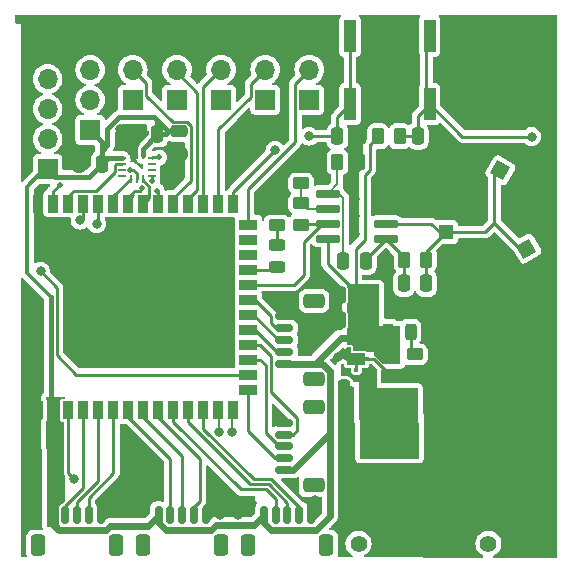
<source format=gbr>
%TF.GenerationSoftware,KiCad,Pcbnew,8.0.3*%
%TF.CreationDate,2024-07-15T22:47:51-04:00*%
%TF.ProjectId,get-a-grip-on-reality,6765742d-612d-4677-9269-702d6f6e2d72,rev?*%
%TF.SameCoordinates,Original*%
%TF.FileFunction,Copper,L1,Top*%
%TF.FilePolarity,Positive*%
%FSLAX46Y46*%
G04 Gerber Fmt 4.6, Leading zero omitted, Abs format (unit mm)*
G04 Created by KiCad (PCBNEW 8.0.3) date 2024-07-15 22:47:51*
%MOMM*%
%LPD*%
G01*
G04 APERTURE LIST*
G04 Aperture macros list*
%AMRoundRect*
0 Rectangle with rounded corners*
0 $1 Rounding radius*
0 $2 $3 $4 $5 $6 $7 $8 $9 X,Y pos of 4 corners*
0 Add a 4 corners polygon primitive as box body*
4,1,4,$2,$3,$4,$5,$6,$7,$8,$9,$2,$3,0*
0 Add four circle primitives for the rounded corners*
1,1,$1+$1,$2,$3*
1,1,$1+$1,$4,$5*
1,1,$1+$1,$6,$7*
1,1,$1+$1,$8,$9*
0 Add four rect primitives between the rounded corners*
20,1,$1+$1,$2,$3,$4,$5,0*
20,1,$1+$1,$4,$5,$6,$7,0*
20,1,$1+$1,$6,$7,$8,$9,0*
20,1,$1+$1,$8,$9,$2,$3,0*%
%AMRotRect*
0 Rectangle, with rotation*
0 The origin of the aperture is its center*
0 $1 length*
0 $2 width*
0 $3 Rotation angle, in degrees counterclockwise*
0 Add horizontal line*
21,1,$1,$2,0,0,$3*%
G04 Aperture macros list end*
%TA.AperFunction,ComponentPad*%
%ADD10RotRect,1.258000X1.258000X210.000000*%
%TD*%
%TA.AperFunction,ComponentPad*%
%ADD11C,1.258000*%
%TD*%
%TA.AperFunction,SMDPad,CuDef*%
%ADD12RoundRect,0.250000X0.250000X0.475000X-0.250000X0.475000X-0.250000X-0.475000X0.250000X-0.475000X0*%
%TD*%
%TA.AperFunction,ComponentPad*%
%ADD13O,1.700000X1.700000*%
%TD*%
%TA.AperFunction,ComponentPad*%
%ADD14R,1.700000X1.700000*%
%TD*%
%TA.AperFunction,SMDPad,CuDef*%
%ADD15RoundRect,0.250000X-0.650000X0.350000X-0.650000X-0.350000X0.650000X-0.350000X0.650000X0.350000X0*%
%TD*%
%TA.AperFunction,SMDPad,CuDef*%
%ADD16RoundRect,0.150000X-0.625000X0.150000X-0.625000X-0.150000X0.625000X-0.150000X0.625000X0.150000X0*%
%TD*%
%TA.AperFunction,SMDPad,CuDef*%
%ADD17RoundRect,0.250000X-0.450000X0.262500X-0.450000X-0.262500X0.450000X-0.262500X0.450000X0.262500X0*%
%TD*%
%TA.AperFunction,HeatsinkPad*%
%ADD18R,1.600000X1.000000*%
%TD*%
%TA.AperFunction,SMDPad,CuDef*%
%ADD19RoundRect,0.093750X-0.106250X0.093750X-0.106250X-0.093750X0.106250X-0.093750X0.106250X0.093750X0*%
%TD*%
%TA.AperFunction,SMDPad,CuDef*%
%ADD20RoundRect,0.243750X-0.456250X0.243750X-0.456250X-0.243750X0.456250X-0.243750X0.456250X0.243750X0*%
%TD*%
%TA.AperFunction,SMDPad,CuDef*%
%ADD21RoundRect,0.250000X-0.250000X-0.475000X0.250000X-0.475000X0.250000X0.475000X-0.250000X0.475000X0*%
%TD*%
%TA.AperFunction,SMDPad,CuDef*%
%ADD22RoundRect,0.250000X-0.262500X-0.450000X0.262500X-0.450000X0.262500X0.450000X-0.262500X0.450000X0*%
%TD*%
%TA.AperFunction,SMDPad,CuDef*%
%ADD23RoundRect,0.062500X-0.117500X-0.062500X0.117500X-0.062500X0.117500X0.062500X-0.117500X0.062500X0*%
%TD*%
%TA.AperFunction,SMDPad,CuDef*%
%ADD24RoundRect,0.250000X0.350000X0.650000X-0.350000X0.650000X-0.350000X-0.650000X0.350000X-0.650000X0*%
%TD*%
%TA.AperFunction,SMDPad,CuDef*%
%ADD25RoundRect,0.150000X0.150000X0.625000X-0.150000X0.625000X-0.150000X-0.625000X0.150000X-0.625000X0*%
%TD*%
%TA.AperFunction,SMDPad,CuDef*%
%ADD26R,0.250000X0.675000*%
%TD*%
%TA.AperFunction,SMDPad,CuDef*%
%ADD27R,0.675000X0.250000*%
%TD*%
%TA.AperFunction,SMDPad,CuDef*%
%ADD28RoundRect,0.250000X-0.475000X0.250000X-0.475000X-0.250000X0.475000X-0.250000X0.475000X0.250000X0*%
%TD*%
%TA.AperFunction,SMDPad,CuDef*%
%ADD29R,3.900000X3.900000*%
%TD*%
%TA.AperFunction,SMDPad,CuDef*%
%ADD30R,0.900000X1.500000*%
%TD*%
%TA.AperFunction,SMDPad,CuDef*%
%ADD31R,1.500000X0.900000*%
%TD*%
%TA.AperFunction,ComponentPad*%
%ADD32RotRect,1.258000X1.258000X330.000000*%
%TD*%
%TA.AperFunction,SMDPad,CuDef*%
%ADD33RoundRect,0.243750X0.243750X0.456250X-0.243750X0.456250X-0.243750X-0.456250X0.243750X-0.456250X0*%
%TD*%
%TA.AperFunction,SMDPad,CuDef*%
%ADD34R,1.000000X2.750000*%
%TD*%
%TA.AperFunction,SMDPad,CuDef*%
%ADD35RoundRect,0.250000X0.450000X-0.262500X0.450000X0.262500X-0.450000X0.262500X-0.450000X-0.262500X0*%
%TD*%
%TA.AperFunction,ComponentPad*%
%ADD36R,1.258000X1.258000*%
%TD*%
%TA.AperFunction,SMDPad,CuDef*%
%ADD37RoundRect,0.250000X0.262500X0.450000X-0.262500X0.450000X-0.262500X-0.450000X0.262500X-0.450000X0*%
%TD*%
%TA.AperFunction,SMDPad,CuDef*%
%ADD38RoundRect,0.075000X0.910000X0.225000X-0.910000X0.225000X-0.910000X-0.225000X0.910000X-0.225000X0*%
%TD*%
%TA.AperFunction,ComponentPad*%
%ADD39C,3.500000*%
%TD*%
%TA.AperFunction,ComponentPad*%
%ADD40R,3.500000X3.500000*%
%TD*%
%TA.AperFunction,ComponentPad*%
%ADD41C,1.400000*%
%TD*%
%TA.AperFunction,ViaPad*%
%ADD42C,0.800000*%
%TD*%
%TA.AperFunction,ViaPad*%
%ADD43C,0.500000*%
%TD*%
%TA.AperFunction,Conductor*%
%ADD44C,0.250000*%
%TD*%
%TA.AperFunction,Conductor*%
%ADD45C,0.560000*%
%TD*%
%TA.AperFunction,Conductor*%
%ADD46C,0.350000*%
%TD*%
%TA.AperFunction,Conductor*%
%ADD47C,0.400000*%
%TD*%
%TA.AperFunction,Conductor*%
%ADD48C,0.150000*%
%TD*%
%TA.AperFunction,Conductor*%
%ADD49C,0.200000*%
%TD*%
G04 APERTURE END LIST*
D10*
%TO.P,D5,K*%
%TO.N,/Light Sensor/1IN-*%
X83600000Y-52040000D03*
D11*
%TO.P,D5,A*%
%TO.N,GND*%
X81400296Y-53310000D03*
%TD*%
D12*
%TO.P,C8,2*%
%TO.N,GND*%
X45775000Y-44875000D03*
%TO.P,C8,1*%
%TO.N,+3.3V*%
X47675000Y-44875000D03*
%TD*%
%TO.P,C6,2*%
%TO.N,GND*%
X41975200Y-68066800D03*
%TO.P,C6,1*%
%TO.N,+3.3V*%
X43875200Y-68066800D03*
%TD*%
D13*
%TO.P,J9,3,Pin_3*%
%TO.N,GND*%
X57759664Y-34366000D03*
%TO.P,J9,2,Pin_2*%
%TO.N,/MOTOR3*%
X57759664Y-36906000D03*
D14*
%TO.P,J9,1,Pin_1*%
%TO.N,+5V*%
X57759664Y-39446000D03*
%TD*%
D13*
%TO.P,J11,3,Pin_3*%
%TO.N,GND*%
X65227000Y-34366000D03*
%TO.P,J11,2,Pin_2*%
%TO.N,/MOTOR5*%
X65227000Y-36906000D03*
D14*
%TO.P,J11,1,Pin_1*%
%TO.N,+5V*%
X65227000Y-39446000D03*
%TD*%
D13*
%TO.P,J10,3,Pin_3*%
%TO.N,GND*%
X61493330Y-34366000D03*
%TO.P,J10,2,Pin_2*%
%TO.N,/MOTOR4*%
X61493330Y-36906000D03*
D14*
%TO.P,J10,1,Pin_1*%
%TO.N,+5V*%
X61493330Y-39446000D03*
%TD*%
D15*
%TO.P,J6,MP*%
%TO.N,N/C*%
X65625000Y-63075000D03*
X65625000Y-56475000D03*
D16*
%TO.P,J6,5,Pin_5*%
%TO.N,+3.3V*%
X63100000Y-61775000D03*
%TO.P,J6,4,Pin_4*%
%TO.N,/HALL5A*%
X63100000Y-60775000D03*
%TO.P,J6,3,Pin_3*%
%TO.N,/HALL5B*%
X63100000Y-59775000D03*
%TO.P,J6,2,Pin_2*%
%TO.N,/HALL5C*%
X63100000Y-58775000D03*
%TO.P,J6,1,Pin_1*%
%TO.N,GND*%
X63100000Y-57775000D03*
%TD*%
D17*
%TO.P,R4,2*%
%TO.N,/Light Sensor/2IN-*%
X64525000Y-46525000D03*
%TO.P,R4,1*%
%TO.N,GND*%
X64525000Y-44700000D03*
%TD*%
D18*
%TO.P,U1,7,PAD*%
%TO.N,GND*%
X69225000Y-61400000D03*
D19*
%TO.P,U1,6,IN*%
%TO.N,+5V*%
X69875000Y-62287500D03*
%TO.P,U1,5,GND*%
%TO.N,GND*%
X69225000Y-62287500D03*
%TO.P,U1,4,EN*%
%TO.N,+5V*%
X68575000Y-62287500D03*
%TO.P,U1,3,GND*%
%TO.N,GND*%
X68575000Y-60512500D03*
%TO.P,U1,2,SNS*%
%TO.N,+3.3V*%
X69225000Y-60512500D03*
%TO.P,U1,1,OUT*%
X69875000Y-60512500D03*
%TD*%
D20*
%TO.P,D2,2,A*%
%TO.N,Net-(D2-A)*%
X62475000Y-53625000D03*
%TO.P,D2,1,K*%
%TO.N,Net-(D2-K)*%
X62475000Y-51750000D03*
%TD*%
D12*
%TO.P,C5,2*%
%TO.N,GND*%
X67847400Y-55992200D03*
%TO.P,C5,1*%
%TO.N,+3.3V*%
X69747400Y-55992200D03*
%TD*%
D21*
%TO.P,C3,2*%
%TO.N,GND*%
X69517800Y-42525000D03*
%TO.P,C3,1*%
%TO.N,Net-(U2-GPIO0{slash}BOOT)*%
X67617800Y-42525000D03*
%TD*%
D12*
%TO.P,C11,2*%
%TO.N,GND*%
X50475000Y-42325000D03*
%TO.P,C11,1*%
%TO.N,+3.3V*%
X52375000Y-42325000D03*
%TD*%
%TO.P,C13,2*%
%TO.N,/Light Sensor/2IN+*%
X68125000Y-53125000D03*
%TO.P,C13,1*%
%TO.N,Net-(U5-1OUT)*%
X70025000Y-53125000D03*
%TD*%
%TO.P,C1,2*%
%TO.N,GND*%
X68150000Y-63825000D03*
%TO.P,C1,1*%
%TO.N,+5V*%
X70050000Y-63825000D03*
%TD*%
D22*
%TO.P,R1,2*%
%TO.N,Net-(U2-EN)*%
X72883900Y-42525000D03*
%TO.P,R1,1*%
%TO.N,+3.3V*%
X71058900Y-42525000D03*
%TD*%
D23*
%TO.P,D1,2,A2*%
%TO.N,+3.3V*%
X71005000Y-55891200D03*
%TO.P,D1,1,A1*%
%TO.N,GND*%
X71845000Y-55891200D03*
%TD*%
D15*
%TO.P,J5,MP*%
%TO.N,N/C*%
X65622400Y-72081200D03*
X65622400Y-65481200D03*
D16*
%TO.P,J5,5,Pin_5*%
%TO.N,+3.3V*%
X63097400Y-70781200D03*
%TO.P,J5,4,Pin_4*%
%TO.N,/HALL4A*%
X63097400Y-69781200D03*
%TO.P,J5,3,Pin_3*%
%TO.N,/HALL4B*%
X63097400Y-68781200D03*
%TO.P,J5,2,Pin_2*%
%TO.N,/HALL4C*%
X63097400Y-67781200D03*
%TO.P,J5,1,Pin_1*%
%TO.N,GND*%
X63097400Y-66781200D03*
%TD*%
D24*
%TO.P,J3,MP*%
%TO.N,N/C*%
X51175000Y-77150000D03*
X57775000Y-77150000D03*
D25*
%TO.P,J3,5,Pin_5*%
%TO.N,+3.3V*%
X52475000Y-74625000D03*
%TO.P,J3,4,Pin_4*%
%TO.N,/HALL2A*%
X53475000Y-74625000D03*
%TO.P,J3,3,Pin_3*%
%TO.N,/HALL2B*%
X54475000Y-74625000D03*
%TO.P,J3,2,Pin_2*%
%TO.N,/HALL2C*%
X55475000Y-74625000D03*
%TO.P,J3,1,Pin_1*%
%TO.N,GND*%
X56475000Y-74625000D03*
%TD*%
D26*
%TO.P,U4,14,AP_SDA/AP_SDIO/AP_SDI*%
%TO.N,/IMU/SDI*%
X51119200Y-46137500D03*
%TO.P,U4,13,AP_SCL/AP_SCLK*%
%TO.N,/IMU/SCLK*%
X50619200Y-46137500D03*
%TO.P,U4,12,AP_CS*%
%TO.N,/IMU/SCS*%
X50119200Y-46137500D03*
D27*
%TO.P,U4,11,RESV*%
%TO.N,unconnected-(U4-RESV-Pad11)*%
X49356700Y-45875000D03*
%TO.P,U4,10,RESV*%
%TO.N,unconnected-(U4-RESV-Pad10)*%
X49356700Y-45375000D03*
%TO.P,U4,9,INT2/FSYNC/CLKIN*%
%TO.N,/IMU/INT2*%
X49356700Y-44875000D03*
%TO.P,U4,8,VDD*%
%TO.N,+3.3V*%
X49356700Y-44375000D03*
D26*
%TO.P,U4,7,GND*%
%TO.N,GND*%
X50119200Y-44112500D03*
%TO.P,U4,6,GND*%
X50619200Y-44112500D03*
%TO.P,U4,5,VDDIO*%
%TO.N,+3.3V*%
X51119200Y-44112500D03*
D27*
%TO.P,U4,4,INT1/INT*%
%TO.N,/IMU/INT1*%
X51881700Y-44375000D03*
%TO.P,U4,3,RESV*%
%TO.N,unconnected-(U4-RESV-Pad3)*%
X51881700Y-44875000D03*
%TO.P,U4,2,RESV*%
%TO.N,unconnected-(U4-RESV-Pad2)*%
X51881700Y-45375000D03*
%TO.P,U4,1,AP_SDO/AP_AD0*%
%TO.N,/IMU/SDO*%
X51881700Y-45875000D03*
%TD*%
D28*
%TO.P,C9,2*%
%TO.N,GND*%
X54200000Y-44000000D03*
%TO.P,C9,1*%
%TO.N,+3.3V*%
X54200000Y-42100000D03*
%TD*%
D21*
%TO.P,C2,2*%
%TO.N,GND*%
X76325000Y-42525000D03*
%TO.P,C2,1*%
%TO.N,Net-(U2-EN)*%
X74425000Y-42525000D03*
%TD*%
D29*
%TO.P,U2,41,GND*%
%TO.N,GND*%
X50024000Y-58491000D03*
D30*
%TO.P,U2,40,GND*%
X42304000Y-48241000D03*
%TO.P,U2,39,GPIO1/TOUCH1/ADC1_CH0*%
%TO.N,/IMU/INT1*%
X43574000Y-48241000D03*
%TO.P,U2,38,GPIO2/TOUCH2/ADC1_CH1*%
%TO.N,/IMU/INT2*%
X44844000Y-48241000D03*
%TO.P,U2,37,U0TXD/GPIO43/CLK_OUT1*%
%TO.N,Net-(J13-Pin_2)*%
X46114000Y-48241000D03*
%TO.P,U2,36,U0RXD/GPIO44/CLK_OUT2*%
%TO.N,Net-(J13-Pin_3)*%
X47384000Y-48241000D03*
%TO.P,U2,35,GPIO42_MTMS*%
%TO.N,/IMU/SCS*%
X48654000Y-48241000D03*
%TO.P,U2,34,GPIO41_MTDI*%
%TO.N,/IMU/SDO*%
X49924000Y-48241000D03*
%TO.P,U2,33,GPIO40_MTDO*%
%TO.N,/IMU/SDI*%
X51194000Y-48241000D03*
%TO.P,U2,32,GPIO39_MTCK*%
%TO.N,/IMU/SCLK*%
X52464000Y-48241000D03*
%TO.P,U2,31,GPIO38_MOTOR1*%
%TO.N,/MOTOR1*%
X53734000Y-48241000D03*
%TO.P,U2,30,GPIO37_MOTOR2*%
%TO.N,/MOTOR2*%
X55004000Y-48241000D03*
%TO.P,U2,29,GPIO36_MOTOR3*%
%TO.N,/MOTOR3*%
X56274000Y-48241000D03*
%TO.P,U2,28,GPIO35_MOTOR4*%
%TO.N,/MOTOR4*%
X57544000Y-48241000D03*
%TO.P,U2,27,GPIO0/BOOT*%
%TO.N,Net-(U2-GPIO0{slash}BOOT)*%
X58814000Y-48241000D03*
D31*
%TO.P,U2,26,GPIO45_MOTOR5*%
%TO.N,/MOTOR5*%
X60064000Y-50006000D03*
%TO.P,U2,25,GPIO48/SPICLK_N/SUBSPICLK_N_DIFF*%
%TO.N,unconnected-(U2-GPIO48{slash}SPICLK_N{slash}SUBSPICLK_N_DIFF-Pad25)*%
X60064000Y-51276000D03*
%TO.P,U2,24,GPIO47/SPICLK_P/SUBSPICLK_P_DIFF*%
%TO.N,unconnected-(U2-GPIO47{slash}SPICLK_P{slash}SUBSPICLK_P_DIFF-Pad24)*%
X60064000Y-52546000D03*
%TO.P,U2,23,GPIO21*%
%TO.N,Net-(D2-A)*%
X60064000Y-53816000D03*
%TO.P,U2,22,GPIO14_LIGHT_IN*%
%TO.N,/Light Sensor/2OUT*%
X60064000Y-55086000D03*
%TO.P,U2,21,GPIO13_HALL5C*%
%TO.N,/HALL5C*%
X60064000Y-56356000D03*
%TO.P,U2,20,GPIO12_HALL5B*%
%TO.N,/HALL5B*%
X60064000Y-57626000D03*
%TO.P,U2,19,GPIO11_HALL5A*%
%TO.N,/HALL5A*%
X60064000Y-58896000D03*
%TO.P,U2,18,GPIO10_HALL4C*%
%TO.N,/HALL4C*%
X60064000Y-60166000D03*
%TO.P,U2,17,GPIO9_HALL4B*%
%TO.N,/HALL4B*%
X60064000Y-61436000D03*
%TO.P,U2,16,GPIO46*%
%TO.N,Net-(J13-Pin_4)*%
X60064000Y-62706000D03*
%TO.P,U2,15,GPIO3_HALL4A*%
%TO.N,/HALL4A*%
X60064000Y-63976000D03*
D30*
%TO.P,U2,14,GPIO20_USB_D+*%
%TO.N,/MCU/USB_P*%
X58814000Y-65741000D03*
%TO.P,U2,13,GPIO19_USB_D-*%
%TO.N,/MCU/USB_N*%
X57544000Y-65741000D03*
%TO.P,U2,12,GPIO8_HALL3C*%
%TO.N,/HALL3C*%
X56274000Y-65741000D03*
%TO.P,U2,11,GPIO18_HALL3B*%
%TO.N,/HALL3B*%
X55004000Y-65741000D03*
%TO.P,U2,10,GPIO17_HALL3A*%
%TO.N,/HALL3A*%
X53734000Y-65741000D03*
%TO.P,U2,9,GPIO16_HALL2C*%
%TO.N,/HALL2C*%
X52464000Y-65741000D03*
%TO.P,U2,8,GPIO15_HALL2B*%
%TO.N,/HALL2B*%
X51194000Y-65741000D03*
%TO.P,U2,7,GPIO7_HALL2A*%
%TO.N,/HALL2A*%
X49924000Y-65741000D03*
%TO.P,U2,6,GPIO6_HALL1C*%
%TO.N,/HALL1C*%
X48654000Y-65741000D03*
%TO.P,U2,5,GPIO5_HALL1B*%
%TO.N,/HALL1B*%
X47384000Y-65741000D03*
%TO.P,U2,4,GPIO4_HALL1A*%
%TO.N,/HALL1A*%
X46114000Y-65741000D03*
%TO.P,U2,3,EN*%
%TO.N,Net-(U2-EN)*%
X44844000Y-65741000D03*
%TO.P,U2,2,3V3*%
%TO.N,+3.3V*%
X43574000Y-65741000D03*
%TO.P,U2,1,GND*%
%TO.N,GND*%
X42304000Y-65741000D03*
%TD*%
D32*
%TO.P,D6,K*%
%TO.N,/Light Sensor/1IN-*%
X81400296Y-45405000D03*
D11*
%TO.P,D6,A*%
%TO.N,GND*%
X83600000Y-46675000D03*
%TD*%
D33*
%TO.P,D3,2,A*%
%TO.N,+3.3V*%
X71937500Y-59075000D03*
%TO.P,D3,1,K*%
%TO.N,Net-(D3-K)*%
X73812500Y-59075000D03*
%TD*%
D34*
%TO.P,RESET1,2,2*%
%TO.N,Net-(U2-EN)*%
X75425000Y-39775000D03*
X75425000Y-34015000D03*
%TO.P,RESET1,1,1*%
%TO.N,GND*%
X79425000Y-39775000D03*
X79425000Y-34015000D03*
%TD*%
D12*
%TO.P,C4,2*%
%TO.N,GND*%
X67847400Y-58075000D03*
%TO.P,C4,1*%
%TO.N,+3.3V*%
X69747400Y-58075000D03*
%TD*%
D13*
%TO.P,J8,3,Pin_3*%
%TO.N,GND*%
X54025998Y-34366000D03*
%TO.P,J8,2,Pin_2*%
%TO.N,/MOTOR2*%
X54025998Y-36906000D03*
D14*
%TO.P,J8,1,Pin_1*%
%TO.N,+5V*%
X54025998Y-39446000D03*
%TD*%
D13*
%TO.P,J1,4,Pin_4*%
%TO.N,GND*%
X46675000Y-34375000D03*
%TO.P,J1,3,Pin_3*%
%TO.N,/IMU/SCLK*%
X46675000Y-36915000D03*
%TO.P,J1,2,Pin_2*%
%TO.N,/IMU/SDO*%
X46675000Y-39455000D03*
D14*
%TO.P,J1,1,Pin_1*%
%TO.N,+3.3V*%
X46675000Y-41995000D03*
%TD*%
D12*
%TO.P,C7,2*%
%TO.N,GND*%
X41980000Y-70100000D03*
%TO.P,C7,1*%
%TO.N,+3.3V*%
X43880000Y-70100000D03*
%TD*%
D13*
%TO.P,J13,5,Pin_5*%
%TO.N,GND*%
X43075000Y-35135000D03*
%TO.P,J13,4,Pin_4*%
%TO.N,Net-(J13-Pin_4)*%
X43075000Y-37675000D03*
%TO.P,J13,3,Pin_3*%
%TO.N,Net-(J13-Pin_3)*%
X43075000Y-40215000D03*
%TO.P,J13,2,Pin_2*%
%TO.N,Net-(J13-Pin_2)*%
X43075000Y-42755000D03*
D14*
%TO.P,J13,1,Pin_1*%
%TO.N,+3.3V*%
X43075000Y-45295000D03*
%TD*%
D24*
%TO.P,J2,MP*%
%TO.N,N/C*%
X42275000Y-77155000D03*
X48875000Y-77155000D03*
D25*
%TO.P,J2,5,Pin_5*%
%TO.N,+3.3V*%
X43575000Y-74630000D03*
%TO.P,J2,4,Pin_4*%
%TO.N,/HALL1A*%
X44575000Y-74630000D03*
%TO.P,J2,3,Pin_3*%
%TO.N,/HALL1B*%
X45575000Y-74630000D03*
%TO.P,J2,2,Pin_2*%
%TO.N,/HALL1C*%
X46575000Y-74630000D03*
%TO.P,J2,1,Pin_1*%
%TO.N,GND*%
X47575000Y-74630000D03*
%TD*%
D13*
%TO.P,J7,3,Pin_3*%
%TO.N,GND*%
X50292332Y-34366000D03*
%TO.P,J7,2,Pin_2*%
%TO.N,/MOTOR1*%
X50292332Y-36906000D03*
D14*
%TO.P,J7,1,Pin_1*%
%TO.N,+5V*%
X50292332Y-39446000D03*
%TD*%
D35*
%TO.P,R5,2*%
%TO.N,/Light Sensor/2IN-*%
X64525000Y-48212500D03*
%TO.P,R5,1*%
%TO.N,/Light Sensor/2OUT*%
X64525000Y-50037500D03*
%TD*%
%TO.P,R2,2*%
%TO.N,GND*%
X62475000Y-48246300D03*
%TO.P,R2,1*%
%TO.N,Net-(D2-K)*%
X62475000Y-50071300D03*
%TD*%
D36*
%TO.P,D4,K*%
%TO.N,/Light Sensor/1IN-*%
X76775000Y-50632500D03*
D11*
%TO.P,D4,A*%
%TO.N,GND*%
X76775000Y-48092500D03*
%TD*%
D37*
%TO.P,R6,2*%
%TO.N,Net-(U5-1OUT)*%
X73287500Y-52975000D03*
%TO.P,R6,1*%
%TO.N,/Light Sensor/1IN-*%
X75112500Y-52975000D03*
%TD*%
D24*
%TO.P,J4,MP*%
%TO.N,N/C*%
X60075000Y-77150000D03*
X66675000Y-77150000D03*
D25*
%TO.P,J4,5,Pin_5*%
%TO.N,+3.3V*%
X61375000Y-74625000D03*
%TO.P,J4,4,Pin_4*%
%TO.N,/HALL3A*%
X62375000Y-74625000D03*
%TO.P,J4,3,Pin_3*%
%TO.N,/HALL3B*%
X63375000Y-74625000D03*
%TO.P,J4,2,Pin_2*%
%TO.N,/HALL3C*%
X64375000Y-74625000D03*
%TO.P,J4,1,Pin_1*%
%TO.N,GND*%
X65375000Y-74625000D03*
%TD*%
D34*
%TO.P,BOOT1,2,2*%
%TO.N,GND*%
X72681800Y-34036400D03*
X72681800Y-39796400D03*
%TO.P,BOOT1,1,1*%
%TO.N,Net-(U2-GPIO0{slash}BOOT)*%
X68681800Y-34036400D03*
X68681800Y-39796400D03*
%TD*%
D28*
%TO.P,C10,2*%
%TO.N,GND*%
X72130000Y-62861000D03*
%TO.P,C10,1*%
%TO.N,+3.3V*%
X72130000Y-60961000D03*
%TD*%
D12*
%TO.P,C12,2*%
%TO.N,Net-(U5-1OUT)*%
X73250000Y-54975000D03*
%TO.P,C12,1*%
%TO.N,/Light Sensor/1IN-*%
X75150000Y-54975000D03*
%TD*%
D38*
%TO.P,U5,8,VDD+*%
%TO.N,+3.3V*%
X66780000Y-51205000D03*
%TO.P,U5,7,2OUT*%
%TO.N,/Light Sensor/2OUT*%
X66780000Y-49935000D03*
%TO.P,U5,6,2IN-*%
%TO.N,/Light Sensor/2IN-*%
X66780000Y-48665000D03*
%TO.P,U5,5,2IN+*%
%TO.N,/Light Sensor/2IN+*%
X66780000Y-47395000D03*
%TO.P,U5,4,GND*%
%TO.N,GND*%
X71720000Y-47395000D03*
%TO.P,U5,3,1IN+*%
X71720000Y-48665000D03*
%TO.P,U5,2,1IN-*%
%TO.N,/Light Sensor/1IN-*%
X71720000Y-49935000D03*
%TO.P,U5,1,1OUT*%
%TO.N,Net-(U5-1OUT)*%
X71720000Y-51205000D03*
%TD*%
D37*
%TO.P,R7,2*%
%TO.N,/Light Sensor/2IN+*%
X67612500Y-44725000D03*
%TO.P,R7,1*%
%TO.N,GND*%
X69437500Y-44725000D03*
%TD*%
D17*
%TO.P,R3,2*%
%TO.N,GND*%
X74175000Y-62825000D03*
%TO.P,R3,1*%
%TO.N,Net-(D3-K)*%
X74175000Y-61000000D03*
%TD*%
D39*
%TO.P,J12,2,Pin_2*%
%TO.N,+5V*%
X72400000Y-67025000D03*
D40*
%TO.P,J12,1,Pin_1*%
%TO.N,GND*%
X77400000Y-67025000D03*
D41*
%TO.P,J12,*%
%TO.N,*%
X80400000Y-77025000D03*
X69400000Y-77025000D03*
%TD*%
D42*
%TO.N,GND*%
X83289000Y-72765000D03*
X83289000Y-70225000D03*
X83289000Y-67685000D03*
X83289000Y-65145000D03*
X83289000Y-62605000D03*
X83289000Y-60065000D03*
X83289000Y-57525000D03*
X83289000Y-54985000D03*
X83289000Y-49905000D03*
X83289000Y-39745000D03*
X83289000Y-37205000D03*
X83289000Y-34665000D03*
X80749000Y-75305000D03*
X80749000Y-72765000D03*
X80749000Y-70225000D03*
X80749000Y-67685000D03*
X80749000Y-65145000D03*
X80749000Y-62605000D03*
X80749000Y-60065000D03*
X80749000Y-57525000D03*
X80749000Y-54985000D03*
X80749000Y-39745000D03*
X80749000Y-37205000D03*
X80749000Y-34665000D03*
X78209000Y-75305000D03*
X78209000Y-72765000D03*
X78209000Y-70225000D03*
X78209000Y-62605000D03*
X78209000Y-60065000D03*
X78209000Y-57525000D03*
X78209000Y-54985000D03*
X78209000Y-52445000D03*
X78209000Y-47365000D03*
X78209000Y-37205000D03*
X75669000Y-75305000D03*
X75669000Y-72765000D03*
X75669000Y-70225000D03*
X75669000Y-57525000D03*
X73129000Y-75305000D03*
X73129000Y-72765000D03*
X70589000Y-75305000D03*
X70589000Y-72765000D03*
X60429000Y-42285000D03*
X57889000Y-60065000D03*
X57889000Y-57525000D03*
X57889000Y-54985000D03*
X57889000Y-52445000D03*
X57889000Y-49905000D03*
X55349000Y-60065000D03*
X55349000Y-57525000D03*
X55349000Y-54985000D03*
X55349000Y-52445000D03*
X55349000Y-49905000D03*
X52809000Y-54985000D03*
X52809000Y-52445000D03*
X52809000Y-49905000D03*
X50269000Y-54985000D03*
X50269000Y-52445000D03*
X50269000Y-49905000D03*
X47729000Y-54985000D03*
X47729000Y-52445000D03*
X45189000Y-52445000D03*
X69088000Y-49276000D03*
X50710000Y-59820000D03*
X51420000Y-58970000D03*
X65151000Y-60198000D03*
X69088000Y-50800000D03*
X51520000Y-57020000D03*
X41925000Y-60525000D03*
X50090000Y-57030000D03*
X80137000Y-43942000D03*
X58725000Y-45050000D03*
X66075000Y-43925000D03*
X83566000Y-43942000D03*
X48530000Y-58990000D03*
X45325000Y-56325000D03*
X49200331Y-41910331D03*
X50419000Y-74041000D03*
X68707000Y-46482000D03*
X66548000Y-58166000D03*
X65786000Y-52578000D03*
X62992000Y-56261000D03*
X57675000Y-74575000D03*
X48630000Y-57040000D03*
X61825000Y-46750000D03*
X67675000Y-61225000D03*
X69088000Y-47879000D03*
X50038000Y-68707000D03*
X54050000Y-46200000D03*
X41925000Y-56325000D03*
X76327000Y-45720000D03*
X62500000Y-66125000D03*
X70612000Y-33782000D03*
X62800000Y-45750000D03*
X68326000Y-68453000D03*
X65786000Y-54483000D03*
X65024000Y-58166000D03*
X45325000Y-60525000D03*
X68300000Y-65550000D03*
X41656000Y-71755000D03*
X41925000Y-58525000D03*
X48975000Y-72675000D03*
X41925000Y-62925000D03*
X59175000Y-74575000D03*
X50810000Y-57870000D03*
X50038000Y-70993000D03*
X54050000Y-45225000D03*
X68300000Y-67100000D03*
X49300000Y-59860000D03*
X49170000Y-42790000D03*
X41670000Y-72898000D03*
X51599098Y-70143694D03*
X65675000Y-73325000D03*
X41910000Y-64389000D03*
X72644000Y-36576000D03*
X49990000Y-58980000D03*
X78232000Y-43942000D03*
X49400000Y-57910000D03*
X69225000Y-61400000D03*
X45325000Y-58525000D03*
%TO.N,Net-(U2-GPIO0{slash}BOOT)*%
X65225000Y-42525000D03*
X62325000Y-43725000D03*
%TO.N,+5V*%
X71225000Y-64225000D03*
X72175000Y-64225000D03*
X73125000Y-64225000D03*
%TO.N,Net-(U2-EN)*%
X84050000Y-42550000D03*
X45325000Y-71525000D03*
D43*
%TO.N,/IMU/SCLK*%
X52325000Y-47125000D03*
X50094202Y-45352873D03*
%TO.N,/IMU/SDO*%
X51925000Y-46325000D03*
X51057538Y-46942464D03*
D42*
%TO.N,Net-(J13-Pin_3)*%
X47225000Y-49925000D03*
%TO.N,Net-(J13-Pin_4)*%
X42475000Y-53950000D03*
%TO.N,Net-(J13-Pin_2)*%
X45825000Y-49625000D03*
%TO.N,/MCU/USB_N*%
X57600000Y-67575000D03*
%TO.N,/MCU/USB_P*%
X58650000Y-67575000D03*
D43*
%TO.N,/IMU/INT1*%
X52525000Y-44325000D03*
X44083400Y-46629200D03*
%TD*%
D44*
%TO.N,GND*%
X68575000Y-61300000D02*
X68675000Y-61400000D01*
X69775000Y-61400000D02*
X70669000Y-61400000D01*
X68387500Y-60512500D02*
X67675000Y-61225000D01*
X68575000Y-60512500D02*
X68387500Y-60512500D01*
X69225000Y-62287500D02*
X69225000Y-61400000D01*
X70669000Y-61400000D02*
X72130000Y-62861000D01*
X68575000Y-60512500D02*
X68575000Y-61300000D01*
%TO.N,Net-(U2-GPIO0{slash}BOOT)*%
X67617800Y-40860400D02*
X68681800Y-39796400D01*
X58814000Y-47236000D02*
X62325000Y-43725000D01*
X67617800Y-42525000D02*
X67617800Y-40860400D01*
X65225000Y-42525000D02*
X67617800Y-42525000D01*
X58814000Y-48241000D02*
X58814000Y-47236000D01*
X68681800Y-34036400D02*
X68681800Y-39796400D01*
%TO.N,Net-(U2-EN)*%
X78200000Y-42550000D02*
X75425000Y-39775000D01*
X44844000Y-65741000D02*
X44844000Y-71044000D01*
X74425000Y-42525000D02*
X74425000Y-40775000D01*
X44844000Y-71044000D02*
X45325000Y-71525000D01*
X75425000Y-34015000D02*
X75144000Y-34296000D01*
X74425000Y-40775000D02*
X75425000Y-39775000D01*
X84050000Y-42550000D02*
X78200000Y-42550000D01*
X75144000Y-39494000D02*
X75425000Y-39775000D01*
X75144000Y-34296000D02*
X75144000Y-39494000D01*
X72883900Y-42525000D02*
X74425000Y-42525000D01*
D45*
%TO.N,+3.3V*%
X66975000Y-67075000D02*
X66975000Y-66150000D01*
X53059888Y-75880000D02*
X56890112Y-75880000D01*
X43575000Y-75404999D02*
X43575000Y-74630000D01*
X67877082Y-59575000D02*
X68675000Y-59575000D01*
D46*
X41340000Y-54080000D02*
X43360000Y-56100000D01*
D47*
X46600000Y-45950000D02*
X43730000Y-45950000D01*
D44*
X69152450Y-52069786D02*
X69152450Y-55397250D01*
D45*
X60545000Y-75455000D02*
X61375000Y-74625000D01*
D47*
X42850000Y-45325000D02*
X42825000Y-45300000D01*
D45*
X66975000Y-62428122D02*
X66321878Y-61775000D01*
X65025000Y-61775000D02*
X65677082Y-61775000D01*
D47*
X52375000Y-41175000D02*
X52125000Y-40925000D01*
D45*
X65790112Y-75880000D02*
X67002400Y-74667712D01*
D44*
X69447100Y-55992200D02*
X69747400Y-55992200D01*
X66780000Y-53325100D02*
X69447100Y-55992200D01*
D47*
X47675000Y-44875000D02*
X48175000Y-44375000D01*
D45*
X67002400Y-74667712D02*
X67002400Y-67102400D01*
D47*
X47675000Y-43764200D02*
X47675000Y-44875000D01*
D45*
X56890112Y-75880000D02*
X57315112Y-75455000D01*
X66975000Y-66150000D02*
X66975000Y-62428122D01*
X66975000Y-67678599D02*
X66975000Y-66150000D01*
D46*
X41340000Y-46807000D02*
X42636000Y-45511000D01*
D47*
X48140000Y-41910000D02*
X48140000Y-43299200D01*
D44*
X66780000Y-51205000D02*
X66780000Y-53325100D01*
D45*
X61959888Y-75880000D02*
X65790112Y-75880000D01*
X47990112Y-75885000D02*
X44055001Y-75885000D01*
X68675000Y-59575000D02*
X69675000Y-59575000D01*
D47*
X53075000Y-42325000D02*
X52375000Y-42325000D01*
X49125000Y-40925000D02*
X48140000Y-41910000D01*
D45*
X44055001Y-75885000D02*
X43575000Y-75404999D01*
D44*
X69925000Y-45770100D02*
X69925000Y-51297236D01*
X69152450Y-55397250D02*
X69747400Y-55992200D01*
D47*
X47675000Y-44875000D02*
X46600000Y-45950000D01*
D45*
X52475000Y-74625000D02*
X52475000Y-75295112D01*
X61375000Y-74625000D02*
X61375000Y-75295112D01*
D47*
X52375000Y-41175000D02*
X53300000Y-42100000D01*
D45*
X57315112Y-75455000D02*
X60545000Y-75455000D01*
X52475000Y-75295112D02*
X53059888Y-75880000D01*
X63097400Y-70781200D02*
X63872399Y-70781200D01*
D47*
X48140000Y-43299200D02*
X47675000Y-43764200D01*
D45*
X65025000Y-61775000D02*
X63100000Y-61775000D01*
D44*
X70342800Y-43241100D02*
X70342800Y-45352300D01*
D45*
X67002400Y-67102400D02*
X66975000Y-67075000D01*
D47*
X43730000Y-45950000D02*
X43075000Y-45295000D01*
X53300000Y-42100000D02*
X54200000Y-42100000D01*
D46*
X41340000Y-46807000D02*
X41340000Y-54080000D01*
D45*
X52475000Y-74625000D02*
X51579888Y-75520112D01*
X66321878Y-61775000D02*
X65677082Y-61775000D01*
D47*
X43360000Y-56100000D02*
X43360000Y-65527000D01*
D45*
X51579888Y-75520112D02*
X48355000Y-75520112D01*
D47*
X47675000Y-44875000D02*
X47675000Y-42995000D01*
D44*
X70342800Y-45352300D02*
X69925000Y-45770100D01*
D47*
X52375000Y-42525000D02*
X52375000Y-41175000D01*
D45*
X48355000Y-75520112D02*
X47990112Y-75885000D01*
D44*
X69925000Y-51297236D02*
X69152450Y-52069786D01*
D47*
X53300000Y-42100000D02*
X53075000Y-42325000D01*
D45*
X61375000Y-75295112D02*
X61959888Y-75880000D01*
D44*
X71058900Y-42525000D02*
X70342800Y-43241100D01*
D47*
X52125000Y-40925000D02*
X49125000Y-40925000D01*
X48175000Y-44375000D02*
X49356700Y-44375000D01*
D45*
X63872399Y-70781200D02*
X66975000Y-67678599D01*
D44*
X43574000Y-65161000D02*
X43574000Y-65741000D01*
D47*
X52375000Y-42325000D02*
X51119200Y-43580800D01*
X43360000Y-65527000D02*
X43574000Y-65741000D01*
D45*
X65677082Y-61775000D02*
X67877082Y-59575000D01*
D47*
X47675000Y-42995000D02*
X46675000Y-41995000D01*
X51119200Y-43580800D02*
X51119200Y-44112500D01*
D44*
%TO.N,Net-(D2-A)*%
X60064000Y-53816000D02*
X62284000Y-53816000D01*
X62284000Y-53816000D02*
X62475000Y-53625000D01*
%TO.N,Net-(D2-K)*%
X62475000Y-50071300D02*
X62475000Y-51750000D01*
%TO.N,Net-(D3-K)*%
X73812500Y-59075000D02*
X73812500Y-60637500D01*
X73812500Y-60637500D02*
X74175000Y-61000000D01*
%TO.N,/HALL1A*%
X46114000Y-72316001D02*
X46114000Y-65741000D01*
X44575000Y-74630000D02*
X44575000Y-73855001D01*
X44575000Y-73855001D02*
X46114000Y-72316001D01*
%TO.N,/HALL1C*%
X46575000Y-73127793D02*
X48654000Y-71048793D01*
X48654000Y-71048793D02*
X48654000Y-65741000D01*
X46575000Y-74630000D02*
X46575000Y-73127793D01*
%TO.N,/HALL1B*%
X45575000Y-74630000D02*
X45575000Y-73491397D01*
X45575000Y-73491397D02*
X47384000Y-71682397D01*
X47384000Y-71682397D02*
X47384000Y-65741000D01*
%TO.N,/HALL2C*%
X55465000Y-73904949D02*
X55960000Y-73409949D01*
X52464000Y-66339000D02*
X52464000Y-65741000D01*
X55960000Y-73409949D02*
X55960000Y-69835000D01*
X55960000Y-69835000D02*
X52464000Y-66339000D01*
X55465000Y-74625000D02*
X55465000Y-73904949D01*
%TO.N,/HALL2B*%
X51194000Y-66321000D02*
X51194000Y-65741000D01*
X54465000Y-69592000D02*
X51194000Y-66321000D01*
X54465000Y-74625000D02*
X54465000Y-69592000D01*
%TO.N,/HALL2A*%
X53465000Y-69862000D02*
X49924000Y-66321000D01*
X49924000Y-66321000D02*
X49924000Y-65741000D01*
X53465000Y-74625000D02*
X53465000Y-69862000D01*
%TO.N,/HALL3A*%
X59413000Y-72420000D02*
X61595000Y-72420000D01*
X61595000Y-72420000D02*
X62375000Y-73200000D01*
X62375000Y-73200000D02*
X62375000Y-74625000D01*
X53734000Y-65741000D02*
X53734000Y-66741000D01*
X53734000Y-66741000D02*
X59413000Y-72420000D01*
%TO.N,/HALL3C*%
X61995000Y-71520000D02*
X64375000Y-73900000D01*
X64375000Y-73900000D02*
X64375000Y-74625000D01*
X60519695Y-71520000D02*
X61995000Y-71520000D01*
X56274000Y-67274305D02*
X60519695Y-71520000D01*
X56274000Y-65741000D02*
X56274000Y-67274305D01*
%TO.N,/HALL3B*%
X55004000Y-66741000D02*
X60233000Y-71970000D01*
X60233000Y-71970000D02*
X61795000Y-71970000D01*
X55004000Y-65741000D02*
X55004000Y-66741000D01*
X63375000Y-73550000D02*
X63375000Y-74625000D01*
X61795000Y-71970000D02*
X63375000Y-73550000D01*
%TO.N,/HALL4A*%
X60064000Y-67522799D02*
X62322401Y-69781200D01*
X62322401Y-69781200D02*
X63097400Y-69781200D01*
X60064000Y-63976000D02*
X60064000Y-67522799D01*
%TO.N,/HALL4B*%
X61064000Y-61436000D02*
X61550000Y-61922000D01*
X61550000Y-67684708D02*
X62646492Y-68781200D01*
X61550000Y-61922000D02*
X61550000Y-67684708D01*
X60064000Y-61436000D02*
X61064000Y-61436000D01*
X62646492Y-68781200D02*
X63097400Y-68781200D01*
%TO.N,/HALL4C*%
X63872399Y-67781200D02*
X63097400Y-67781200D01*
X61064000Y-60166000D02*
X62000000Y-61102000D01*
X64225000Y-66425000D02*
X64225000Y-67428599D01*
X60064000Y-60166000D02*
X61064000Y-60166000D01*
X62000000Y-64200000D02*
X64225000Y-66425000D01*
X64225000Y-67428599D02*
X63872399Y-67781200D01*
X62000000Y-61102000D02*
X62000000Y-64200000D01*
%TO.N,/HALL5A*%
X60064000Y-58896000D02*
X60644000Y-58896000D01*
X60644000Y-58896000D02*
X62523000Y-60775000D01*
X62523000Y-60775000D02*
X63100000Y-60775000D01*
%TO.N,/HALL5C*%
X60064000Y-56356000D02*
X60644000Y-56356000D01*
X62425000Y-58775000D02*
X63100000Y-58775000D01*
X62000000Y-58350000D02*
X62425000Y-58775000D01*
X60644000Y-56356000D02*
X62000000Y-57712000D01*
X62000000Y-57712000D02*
X62000000Y-58350000D01*
%TO.N,/HALL5B*%
X60500092Y-57626000D02*
X62649092Y-59775000D01*
X62649092Y-59775000D02*
X63100000Y-59775000D01*
X60064000Y-57626000D02*
X60500092Y-57626000D01*
%TO.N,/IMU/SCLK*%
X50094202Y-45352873D02*
X50347073Y-45352873D01*
X52464000Y-48241000D02*
X52464000Y-47264000D01*
X50619200Y-45625000D02*
X50619200Y-46137500D01*
X50347073Y-45352873D02*
X50619200Y-45625000D01*
X52464000Y-47264000D02*
X52325000Y-47125000D01*
%TO.N,/IMU/SDO*%
X49924000Y-48241000D02*
X49924000Y-47926000D01*
X51057538Y-46942464D02*
X50875002Y-47125000D01*
X49924000Y-47661000D02*
X49924000Y-47926000D01*
X49924000Y-47926000D02*
X50325000Y-47525000D01*
X50875002Y-47125000D02*
X50460000Y-47125000D01*
X50460000Y-47125000D02*
X49924000Y-47661000D01*
X51925000Y-45918300D02*
X51881700Y-45875000D01*
X51925000Y-46325000D02*
X51925000Y-45918300D01*
%TO.N,/MOTOR1*%
X54900000Y-41325000D02*
X55200000Y-41625000D01*
X55200000Y-41625000D02*
X55200000Y-46295000D01*
X53654998Y-41325000D02*
X54900000Y-41325000D01*
X50292332Y-36906000D02*
X51417332Y-38031000D01*
X51417332Y-38031000D02*
X51417332Y-39087334D01*
X51417332Y-39087334D02*
X53654998Y-41325000D01*
X55200000Y-46295000D02*
X53734000Y-47761000D01*
X53734000Y-47761000D02*
X53734000Y-48241000D01*
%TO.N,/MOTOR2*%
X55725000Y-47116000D02*
X55004000Y-47837000D01*
X55004000Y-47837000D02*
X55004000Y-48241000D01*
X55725000Y-38829000D02*
X55725000Y-47116000D01*
X53992000Y-36906000D02*
X53992000Y-37096000D01*
X53992000Y-37096000D02*
X55725000Y-38829000D01*
%TO.N,/MOTOR3*%
X57707000Y-36886000D02*
X56274000Y-38319000D01*
X56274000Y-38319000D02*
X56274000Y-48241000D01*
%TO.N,/MOTOR4*%
X57544000Y-41939000D02*
X60282000Y-39201000D01*
X57544000Y-48241000D02*
X57544000Y-41939000D01*
X60282000Y-38076000D02*
X61457000Y-36901000D01*
X60282000Y-39201000D02*
X60282000Y-38076000D01*
%TO.N,/MOTOR5*%
X64052000Y-43023305D02*
X64052000Y-38081000D01*
X60064000Y-47011305D02*
X64052000Y-43023305D01*
X60064000Y-50006000D02*
X60064000Y-47011305D01*
X64052000Y-38081000D02*
X65227000Y-36906000D01*
%TO.N,Net-(J13-Pin_3)*%
X47384000Y-48241000D02*
X47384000Y-49766000D01*
X47225000Y-49925000D02*
X47325000Y-49825000D01*
X47384000Y-49766000D02*
X47225000Y-49925000D01*
%TO.N,Net-(J13-Pin_4)*%
X43885000Y-55360000D02*
X42475000Y-53950000D01*
X43885000Y-61085000D02*
X43885000Y-55360000D01*
X60064000Y-62706000D02*
X45506000Y-62706000D01*
X45506000Y-62706000D02*
X43885000Y-61085000D01*
%TO.N,Net-(J13-Pin_2)*%
X45925000Y-49625000D02*
X45825000Y-49625000D01*
X45825000Y-49625000D02*
X45825000Y-49725000D01*
X46114000Y-49436000D02*
X45925000Y-49625000D01*
X46114000Y-48241000D02*
X46114000Y-49436000D01*
X45825000Y-49725000D02*
X45925000Y-49625000D01*
D48*
%TO.N,/MCU/USB_N*%
X57600000Y-66193000D02*
X57600000Y-67575000D01*
%TO.N,/MCU/USB_P*%
X58663000Y-65892000D02*
X58663000Y-67562000D01*
X58663000Y-67562000D02*
X58650000Y-67575000D01*
D44*
%TO.N,/IMU/SDI*%
X51684002Y-47750998D02*
X51684002Y-46826465D01*
X51119200Y-46261663D02*
X51119200Y-46137500D01*
X51194000Y-48241000D02*
X51684002Y-47750998D01*
X51684002Y-46826465D02*
X51119200Y-46261663D01*
%TO.N,/IMU/SCS*%
X48654000Y-47602700D02*
X48654000Y-48241000D01*
X50119200Y-46137500D02*
X48654000Y-47602700D01*
%TO.N,/IMU/INT1*%
X44083400Y-46629200D02*
X43574000Y-47138600D01*
X43574000Y-47138600D02*
X43574000Y-48241000D01*
X52525000Y-44325000D02*
X51931700Y-44325000D01*
X51931700Y-44325000D02*
X51881700Y-44375000D01*
%TO.N,/IMU/INT2*%
X48744200Y-45580800D02*
X47159000Y-47166000D01*
X48744200Y-44975000D02*
X48744200Y-45580800D01*
X45284000Y-47166000D02*
X44844000Y-47606000D01*
X49356700Y-44875000D02*
X48844200Y-44875000D01*
X44844000Y-47606000D02*
X44844000Y-48241000D01*
X47159000Y-47166000D02*
X45284000Y-47166000D01*
X48844200Y-44875000D02*
X48744200Y-44975000D01*
%TO.N,Net-(U5-1OUT)*%
X71720000Y-51205000D02*
X70025000Y-52900000D01*
X73287500Y-52975000D02*
X73287500Y-52772500D01*
X73287500Y-52975000D02*
X73287500Y-54937500D01*
X73287500Y-52772500D02*
X71720000Y-51205000D01*
X73287500Y-54937500D02*
X73250000Y-54975000D01*
%TO.N,/Light Sensor/1IN-*%
X76275000Y-50632500D02*
X75577500Y-49935000D01*
X75112500Y-52975000D02*
X75112500Y-52295000D01*
X75112500Y-52975000D02*
X75112500Y-54937500D01*
X75112500Y-52295000D02*
X76775000Y-50632500D01*
X75577500Y-49935000D02*
X71720000Y-49935000D01*
X75112500Y-54937500D02*
X75150000Y-54975000D01*
X80108092Y-50632500D02*
X76275000Y-50632500D01*
X80900296Y-49840296D02*
X83100000Y-52040000D01*
X80900296Y-45405000D02*
X80900296Y-49840296D01*
X80900296Y-49840296D02*
X80108092Y-50632500D01*
D49*
%TO.N,/Light Sensor/2IN+*%
X67612500Y-46562500D02*
X67612500Y-44725000D01*
X68125000Y-47755001D02*
X68125000Y-53125000D01*
X66780000Y-47395000D02*
X67612500Y-46562500D01*
X67764999Y-47395000D02*
X68125000Y-47755001D01*
X66780000Y-47395000D02*
X67764999Y-47395000D01*
%TO.N,/Light Sensor/2IN-*%
X64525000Y-48212500D02*
X64525000Y-46525000D01*
X65065000Y-48665000D02*
X66780000Y-48665000D01*
X64525000Y-48212500D02*
X64612500Y-48212500D01*
X64612500Y-48212500D02*
X65065000Y-48665000D01*
D44*
%TO.N,/Light Sensor/2OUT*%
X64757000Y-54265988D02*
X64757000Y-51493000D01*
X66315000Y-49935000D02*
X66780000Y-49935000D01*
X64627500Y-49935000D02*
X64525000Y-50037500D01*
X66780000Y-49935000D02*
X64627500Y-49935000D01*
X63936988Y-55086000D02*
X64757000Y-54265988D01*
X60064000Y-55086000D02*
X63936988Y-55086000D01*
X64757000Y-51493000D02*
X66315000Y-49935000D01*
%TD*%
%TA.AperFunction,Conductor*%
%TO.N,GND*%
G36*
X51674500Y-42375500D02*
G01*
X50925000Y-43125000D01*
X50925000Y-43208607D01*
X50798721Y-43334886D01*
X50798720Y-43334886D01*
X50745993Y-43426210D01*
X50744324Y-43432442D01*
X50744323Y-43432441D01*
X50744323Y-43432445D01*
X50718700Y-43528069D01*
X50718700Y-44125000D01*
X49925000Y-44125000D01*
X49925000Y-43125000D01*
X49125000Y-42125000D01*
X51674500Y-42125000D01*
X51674500Y-42375500D01*
G37*
%TD.AperFunction*%
%TD*%
%TA.AperFunction,Conductor*%
%TO.N,+5V*%
G36*
X68160148Y-61839352D02*
G01*
X68174500Y-61874000D01*
X68174500Y-61924677D01*
X68189033Y-61997739D01*
X68244398Y-62080601D01*
X68301425Y-62118704D01*
X68327260Y-62135966D01*
X68400326Y-62150500D01*
X68725500Y-62150500D01*
X68760148Y-62164852D01*
X68774500Y-62199500D01*
X68774500Y-62421586D01*
X68774501Y-62421591D01*
X68781099Y-62471723D01*
X68814552Y-62543463D01*
X68832406Y-62581750D01*
X68832407Y-62581751D01*
X68832408Y-62581753D01*
X68918246Y-62667591D01*
X68918248Y-62667592D01*
X68918250Y-62667594D01*
X69028277Y-62718900D01*
X69078409Y-62725500D01*
X69371590Y-62725499D01*
X69421723Y-62718900D01*
X69531750Y-62667594D01*
X69617594Y-62581750D01*
X69668900Y-62471723D01*
X69675500Y-62421591D01*
X69675499Y-62199499D01*
X69689851Y-62164852D01*
X69724499Y-62150500D01*
X70049674Y-62150500D01*
X70122740Y-62135966D01*
X70205601Y-62080601D01*
X70260966Y-61997740D01*
X70275500Y-61924674D01*
X70275500Y-61874000D01*
X70289852Y-61839352D01*
X70324500Y-61825000D01*
X70542667Y-61825000D01*
X70577315Y-61839352D01*
X70910648Y-62172685D01*
X70925000Y-62207333D01*
X70925000Y-63825000D01*
X74376810Y-63825000D01*
X74411458Y-63839352D01*
X74425803Y-63873183D01*
X74524170Y-69775183D01*
X74510398Y-69810066D01*
X74475994Y-69824993D01*
X74475177Y-69825000D01*
X69573252Y-69825000D01*
X69538604Y-69810648D01*
X69524258Y-69776754D01*
X69425000Y-63325000D01*
X68946973Y-63325000D01*
X68912325Y-63310648D01*
X68898254Y-63281237D01*
X68894092Y-63242521D01*
X68894091Y-63242517D01*
X68843796Y-63107669D01*
X68757546Y-62992454D01*
X68688314Y-62940627D01*
X68642333Y-62906205D01*
X68642331Y-62906204D01*
X68597381Y-62889439D01*
X68507479Y-62855907D01*
X68447879Y-62849500D01*
X67974000Y-62849500D01*
X67939352Y-62835148D01*
X67925000Y-62800500D01*
X67925000Y-61874000D01*
X67939352Y-61839352D01*
X67974000Y-61825000D01*
X68125500Y-61825000D01*
X68160148Y-61839352D01*
G37*
%TD.AperFunction*%
%TD*%
%TA.AperFunction,Conductor*%
%TO.N,+3.3V*%
G36*
X44510648Y-64639352D02*
G01*
X44525000Y-64674000D01*
X44525000Y-64691500D01*
X44510648Y-64726148D01*
X44476000Y-64740500D01*
X44369322Y-64740500D01*
X44296260Y-64755033D01*
X44213398Y-64810398D01*
X44158033Y-64893260D01*
X44143500Y-64966322D01*
X44143500Y-66515677D01*
X44158033Y-66588739D01*
X44213398Y-66671601D01*
X44296260Y-66726966D01*
X44369326Y-66741500D01*
X44419500Y-66741500D01*
X44454148Y-66755852D01*
X44468500Y-66790500D01*
X44468500Y-71093437D01*
X44494089Y-71188936D01*
X44494090Y-71188938D01*
X44518435Y-71231106D01*
X44525000Y-71255604D01*
X44525000Y-73353667D01*
X44510648Y-73388315D01*
X44344438Y-73554526D01*
X44274527Y-73624435D01*
X44272573Y-73626983D01*
X44271751Y-73626353D01*
X44255262Y-73641993D01*
X44186661Y-73676948D01*
X44186654Y-73676953D01*
X44096950Y-73766657D01*
X44096945Y-73766664D01*
X44039355Y-73879690D01*
X44039355Y-73879692D01*
X44024500Y-73973482D01*
X44024500Y-75286517D01*
X44039353Y-75380303D01*
X44096945Y-75493335D01*
X44096950Y-75493342D01*
X44144960Y-75541352D01*
X44159312Y-75576000D01*
X44144960Y-75610648D01*
X44110312Y-75625000D01*
X43074000Y-75625000D01*
X43039352Y-75610648D01*
X43025000Y-75576000D01*
X43025000Y-73525009D01*
X42999501Y-71255604D01*
X42947944Y-66667044D01*
X42956197Y-66639278D01*
X42989966Y-66588740D01*
X43004500Y-66515674D01*
X43004500Y-64966326D01*
X42989966Y-64893260D01*
X42935044Y-64811062D01*
X42926790Y-64784395D01*
X42925557Y-64674550D01*
X42939519Y-64639743D01*
X42974004Y-64625003D01*
X42974554Y-64625000D01*
X44476000Y-64625000D01*
X44510648Y-64639352D01*
G37*
%TD.AperFunction*%
%TD*%
%TA.AperFunction,Conductor*%
%TO.N,+3.3V*%
G36*
X71160648Y-55089352D02*
G01*
X71175000Y-55124000D01*
X71175000Y-58575000D01*
X72901000Y-58575000D01*
X72935648Y-58589352D01*
X72950000Y-58624000D01*
X72950000Y-61776000D01*
X72935648Y-61810648D01*
X72901000Y-61825000D01*
X71503911Y-61825000D01*
X71469263Y-61810648D01*
X70825060Y-61166444D01*
X70723801Y-61124500D01*
X70719067Y-61123559D01*
X70719269Y-61122540D01*
X70689352Y-61110148D01*
X70675000Y-61075500D01*
X70675000Y-60825000D01*
X70182081Y-60825000D01*
X70147433Y-60810648D01*
X70141343Y-60803228D01*
X70133504Y-60791496D01*
X70133501Y-60791494D01*
X70133499Y-60791491D01*
X70083721Y-60758232D01*
X70039823Y-60749500D01*
X70039820Y-60749500D01*
X68961497Y-60749500D01*
X68926849Y-60735148D01*
X68912497Y-60700500D01*
X68913439Y-60690940D01*
X68925499Y-60630308D01*
X68925500Y-60630305D01*
X68925499Y-60394696D01*
X68911328Y-60323448D01*
X68893414Y-60296639D01*
X68857344Y-60242655D01*
X68808912Y-60210294D01*
X68776552Y-60188672D01*
X68705305Y-60174500D01*
X68705302Y-60174500D01*
X68474000Y-60174500D01*
X68439352Y-60160148D01*
X68425000Y-60125500D01*
X68425000Y-58800990D01*
X68430341Y-58778744D01*
X68483044Y-58675307D01*
X68483046Y-58675304D01*
X68497900Y-58581519D01*
X68497899Y-57568482D01*
X68483046Y-57474696D01*
X68430341Y-57371254D01*
X68425000Y-57349009D01*
X68425000Y-56718190D01*
X68430341Y-56695944D01*
X68483044Y-56592507D01*
X68483046Y-56592504D01*
X68497900Y-56498719D01*
X68497899Y-55485682D01*
X68483046Y-55391896D01*
X68430341Y-55288454D01*
X68425000Y-55266209D01*
X68425000Y-55124000D01*
X68439352Y-55089352D01*
X68474000Y-55075000D01*
X71126000Y-55075000D01*
X71160648Y-55089352D01*
G37*
%TD.AperFunction*%
%TD*%
%TA.AperFunction,Conductor*%
%TO.N,GND*%
G36*
X86184191Y-32243907D02*
G01*
X86220155Y-32293407D01*
X86225000Y-32324000D01*
X86225000Y-78125783D01*
X86206093Y-78183974D01*
X86156593Y-78219938D01*
X86125784Y-78224783D01*
X80908168Y-78213416D01*
X80850019Y-78194382D01*
X80814163Y-78144803D01*
X80814296Y-78083618D01*
X80850368Y-78034197D01*
X80872613Y-78022104D01*
X80892637Y-78014348D01*
X81066041Y-77906981D01*
X81216764Y-77769579D01*
X81339673Y-77606821D01*
X81430582Y-77424250D01*
X81486397Y-77228083D01*
X81505215Y-77025000D01*
X81486397Y-76821917D01*
X81430582Y-76625750D01*
X81339673Y-76443179D01*
X81216764Y-76280421D01*
X81066041Y-76143019D01*
X80892637Y-76035652D01*
X80702456Y-75961976D01*
X80702455Y-75961975D01*
X80702453Y-75961975D01*
X80501976Y-75924500D01*
X80298024Y-75924500D01*
X80097546Y-75961975D01*
X80033708Y-75986706D01*
X79907363Y-76035652D01*
X79779714Y-76114689D01*
X79733959Y-76143019D01*
X79598970Y-76266078D01*
X79583236Y-76280421D01*
X79558034Y-76313794D01*
X79460328Y-76443177D01*
X79460323Y-76443186D01*
X79390004Y-76584407D01*
X79369418Y-76625750D01*
X79313603Y-76821917D01*
X79294785Y-77025000D01*
X79313603Y-77228083D01*
X79369418Y-77424250D01*
X79460327Y-77606821D01*
X79583236Y-77769579D01*
X79733959Y-77906981D01*
X79907363Y-78014348D01*
X79921627Y-78019874D01*
X79969057Y-78058522D01*
X79984713Y-78117670D01*
X79962612Y-78174725D01*
X79911197Y-78207892D01*
X79885649Y-78211188D01*
X69957395Y-78189558D01*
X69899246Y-78170524D01*
X69863390Y-78120945D01*
X69863523Y-78059760D01*
X69899595Y-78010339D01*
X69905468Y-78006403D01*
X70066041Y-77906981D01*
X70216764Y-77769579D01*
X70339673Y-77606821D01*
X70430582Y-77424250D01*
X70486397Y-77228083D01*
X70505215Y-77025000D01*
X70486397Y-76821917D01*
X70430582Y-76625750D01*
X70339673Y-76443179D01*
X70216764Y-76280421D01*
X70066041Y-76143019D01*
X69892637Y-76035652D01*
X69702456Y-75961976D01*
X69702455Y-75961975D01*
X69702453Y-75961975D01*
X69501976Y-75924500D01*
X69298024Y-75924500D01*
X69097546Y-75961975D01*
X69033708Y-75986706D01*
X68907363Y-76035652D01*
X68779714Y-76114689D01*
X68733959Y-76143019D01*
X68598970Y-76266078D01*
X68583236Y-76280421D01*
X68558034Y-76313794D01*
X68460328Y-76443177D01*
X68460323Y-76443186D01*
X68390004Y-76584407D01*
X68369418Y-76625750D01*
X68313603Y-76821917D01*
X68294785Y-77025000D01*
X68313603Y-77228083D01*
X68369418Y-77424250D01*
X68460327Y-77606821D01*
X68583236Y-77769579D01*
X68733959Y-77906981D01*
X68801880Y-77949036D01*
X68890567Y-78003949D01*
X68930088Y-78050657D01*
X68934607Y-78111676D01*
X68902397Y-78163696D01*
X68845761Y-78186850D01*
X68838234Y-78187120D01*
X67722273Y-78184688D01*
X67664124Y-78165654D01*
X67628268Y-78116075D01*
X67627420Y-78058071D01*
X67672598Y-77902569D01*
X67675500Y-77865694D01*
X67675500Y-76434306D01*
X67672598Y-76397431D01*
X67626744Y-76239602D01*
X67543081Y-76098135D01*
X67426865Y-75981919D01*
X67285398Y-75898256D01*
X67127569Y-75852402D01*
X67127568Y-75852401D01*
X67127565Y-75852401D01*
X67104140Y-75850558D01*
X67090694Y-75849500D01*
X67090689Y-75849500D01*
X67021991Y-75849500D01*
X66963800Y-75830593D01*
X66927836Y-75781093D01*
X66927836Y-75719907D01*
X66951987Y-75680497D01*
X67056492Y-75575992D01*
X67428042Y-75204440D01*
X67428047Y-75204437D01*
X67436192Y-75196291D01*
X67436194Y-75196291D01*
X67530979Y-75101506D01*
X67605452Y-74990050D01*
X67656749Y-74866207D01*
X67682900Y-74734735D01*
X67682900Y-67035377D01*
X67657401Y-66907185D01*
X67655500Y-66887876D01*
X67655500Y-63304646D01*
X67674407Y-63246455D01*
X67723907Y-63210491D01*
X67785093Y-63210491D01*
X67792373Y-63213177D01*
X67818819Y-63224132D01*
X67848694Y-63235153D01*
X67926833Y-63247529D01*
X67973998Y-63255000D01*
X67974000Y-63255000D01*
X68397223Y-63255000D01*
X68455414Y-63273907D01*
X68489980Y-63319404D01*
X68497444Y-63339417D01*
X68497562Y-63339731D01*
X68499693Y-63346095D01*
X68532460Y-63456235D01*
X68532464Y-63456247D01*
X68546530Y-63485647D01*
X68554177Y-63499711D01*
X68566578Y-63522518D01*
X68570895Y-63527572D01*
X68648972Y-63618991D01*
X68757139Y-63685277D01*
X68757144Y-63685280D01*
X68791792Y-63699632D01*
X68821667Y-63710653D01*
X68902714Y-63723489D01*
X68943663Y-63729976D01*
X68998179Y-63757754D01*
X69025956Y-63812271D01*
X69027163Y-63826234D01*
X69118806Y-69782991D01*
X69120264Y-69811678D01*
X69120265Y-69811681D01*
X69140711Y-69894045D01*
X69150830Y-69934811D01*
X69165176Y-69968705D01*
X69191391Y-70019668D01*
X69192858Y-70022520D01*
X69275250Y-70118990D01*
X69378168Y-70182060D01*
X69383423Y-70185280D01*
X69418071Y-70199632D01*
X69447946Y-70210653D01*
X69515691Y-70221383D01*
X69573250Y-70230500D01*
X69573252Y-70230500D01*
X74475188Y-70230500D01*
X74475435Y-70230498D01*
X74478651Y-70230485D01*
X74479468Y-70230478D01*
X74514541Y-70228657D01*
X74637393Y-70196988D01*
X74671797Y-70182061D01*
X74728008Y-70152230D01*
X74823092Y-70068238D01*
X74887567Y-69958974D01*
X74901339Y-69924091D01*
X74911858Y-69894045D01*
X74929614Y-69768426D01*
X74926951Y-69608670D01*
X74904548Y-68264465D01*
X74831247Y-63866426D01*
X74829774Y-63837997D01*
X74799129Y-63714886D01*
X74784784Y-63681055D01*
X74757205Y-63627482D01*
X74674812Y-63531010D01*
X74669197Y-63527569D01*
X74566643Y-63464722D01*
X74566640Y-63464720D01*
X74566639Y-63464720D01*
X74531991Y-63450368D01*
X74524160Y-63447479D01*
X74502118Y-63439347D01*
X74376812Y-63419500D01*
X74376810Y-63419500D01*
X73131136Y-63419500D01*
X73129978Y-63419435D01*
X73120022Y-63419435D01*
X73118864Y-63419500D01*
X72181136Y-63419500D01*
X72179978Y-63419435D01*
X72170022Y-63419435D01*
X72168864Y-63419500D01*
X71429500Y-63419500D01*
X71371309Y-63400593D01*
X71335345Y-63351093D01*
X71330500Y-63320500D01*
X71330500Y-62318948D01*
X71349407Y-62260757D01*
X71398907Y-62224793D01*
X71444986Y-62221167D01*
X71473058Y-62225613D01*
X71503909Y-62230500D01*
X71503911Y-62230500D01*
X72900993Y-62230500D01*
X72901000Y-62230500D01*
X72932818Y-62229250D01*
X73056181Y-62199632D01*
X73090829Y-62185280D01*
X73147518Y-62156395D01*
X73243990Y-62074002D01*
X73310280Y-61965829D01*
X73324632Y-61931181D01*
X73328991Y-61919362D01*
X73366867Y-61871313D01*
X73425754Y-61854701D01*
X73461194Y-61862769D01*
X73464595Y-61864240D01*
X73464602Y-61864244D01*
X73622431Y-61910098D01*
X73659306Y-61913000D01*
X73659311Y-61913000D01*
X74690689Y-61913000D01*
X74690694Y-61913000D01*
X74727569Y-61910098D01*
X74885398Y-61864244D01*
X75026865Y-61780581D01*
X75143081Y-61664365D01*
X75226744Y-61522898D01*
X75272598Y-61365069D01*
X75275500Y-61328194D01*
X75275500Y-60671806D01*
X75272598Y-60634931D01*
X75226744Y-60477102D01*
X75143081Y-60335635D01*
X75026865Y-60219419D01*
X74885398Y-60135756D01*
X74727569Y-60089902D01*
X74727568Y-60089901D01*
X74727565Y-60089901D01*
X74704140Y-60088058D01*
X74690694Y-60087000D01*
X74690689Y-60087000D01*
X74649076Y-60087000D01*
X74590885Y-60068093D01*
X74554921Y-60018593D01*
X74554921Y-59957407D01*
X74566797Y-59934977D01*
X74566183Y-59934614D01*
X74652210Y-59789149D01*
X74652212Y-59789146D01*
X74697625Y-59632834D01*
X74700500Y-59596304D01*
X74700500Y-58553696D01*
X74697625Y-58517166D01*
X74652212Y-58360854D01*
X74576052Y-58232075D01*
X74569355Y-58220750D01*
X74569354Y-58220749D01*
X74569353Y-58220747D01*
X74454253Y-58105647D01*
X74454250Y-58105645D01*
X74454249Y-58105644D01*
X74314148Y-58022789D01*
X74314147Y-58022788D01*
X74314146Y-58022788D01*
X74157834Y-57977375D01*
X74157831Y-57977374D01*
X74134010Y-57975500D01*
X74121304Y-57974500D01*
X73503696Y-57974500D01*
X73490990Y-57975500D01*
X73467168Y-57977374D01*
X73467162Y-57977376D01*
X73310851Y-58022789D01*
X73310850Y-58022789D01*
X73170749Y-58105645D01*
X73170747Y-58105646D01*
X73114409Y-58161984D01*
X73059892Y-58189761D01*
X73028918Y-58189761D01*
X73026307Y-58189347D01*
X73026306Y-58189347D01*
X72967798Y-58180080D01*
X72901002Y-58169500D01*
X72901000Y-58169500D01*
X72684114Y-58169500D01*
X72625923Y-58150593D01*
X72614111Y-58140504D01*
X72579253Y-58105646D01*
X72579250Y-58105645D01*
X72439148Y-58022789D01*
X72439147Y-58022788D01*
X72439146Y-58022788D01*
X72282834Y-57977375D01*
X72282831Y-57977374D01*
X72259010Y-57975500D01*
X72246304Y-57974500D01*
X71679500Y-57974500D01*
X71621309Y-57955593D01*
X71585345Y-57906093D01*
X71580500Y-57875500D01*
X71580500Y-56060898D01*
X71582027Y-56046748D01*
X71582005Y-56046746D01*
X71585499Y-56009482D01*
X71585500Y-56009479D01*
X71585500Y-55772921D01*
X71585499Y-55772919D01*
X71582005Y-55735656D01*
X71582027Y-55735653D01*
X71580500Y-55721502D01*
X71580500Y-55124007D01*
X71580500Y-55124000D01*
X71579250Y-55092182D01*
X71549632Y-54968819D01*
X71535280Y-54934171D01*
X71535277Y-54934165D01*
X71535273Y-54934156D01*
X71506395Y-54877482D01*
X71424001Y-54781009D01*
X71315833Y-54714722D01*
X71315830Y-54714720D01*
X71315829Y-54714720D01*
X71281181Y-54700368D01*
X71265665Y-54694644D01*
X71251308Y-54689347D01*
X71126002Y-54669500D01*
X71126000Y-54669500D01*
X69776950Y-54669500D01*
X69718759Y-54650593D01*
X69682795Y-54601093D01*
X69677950Y-54570500D01*
X69677950Y-54349500D01*
X69696857Y-54291309D01*
X69746357Y-54255345D01*
X69776950Y-54250500D01*
X70340689Y-54250500D01*
X70340694Y-54250500D01*
X70377569Y-54247598D01*
X70535398Y-54201744D01*
X70676865Y-54118081D01*
X70793081Y-54001865D01*
X70876744Y-53860398D01*
X70922598Y-53702569D01*
X70925500Y-53665694D01*
X70925500Y-52783676D01*
X70944407Y-52725485D01*
X70954490Y-52713678D01*
X71649997Y-52018170D01*
X71704512Y-51990395D01*
X71764944Y-51999966D01*
X71789999Y-52018169D01*
X72084440Y-52312609D01*
X72345504Y-52573673D01*
X72373281Y-52628190D01*
X72374500Y-52643677D01*
X72374500Y-53490688D01*
X72377401Y-53527565D01*
X72377401Y-53527568D01*
X72377402Y-53527569D01*
X72423256Y-53685398D01*
X72506919Y-53826865D01*
X72560051Y-53879997D01*
X72587827Y-53934512D01*
X72578256Y-53994944D01*
X72560050Y-54020002D01*
X72481920Y-54098133D01*
X72398256Y-54239602D01*
X72352403Y-54397427D01*
X72352401Y-54397434D01*
X72351723Y-54406057D01*
X72349768Y-54430907D01*
X72349500Y-54434311D01*
X72349500Y-55515688D01*
X72352401Y-55552565D01*
X72352401Y-55552568D01*
X72352402Y-55552569D01*
X72398256Y-55710398D01*
X72481919Y-55851865D01*
X72598135Y-55968081D01*
X72739602Y-56051744D01*
X72897431Y-56097598D01*
X72934306Y-56100500D01*
X72934311Y-56100500D01*
X73565689Y-56100500D01*
X73565694Y-56100500D01*
X73602569Y-56097598D01*
X73760398Y-56051744D01*
X73901865Y-55968081D01*
X74018081Y-55851865D01*
X74101744Y-55710398D01*
X74104931Y-55699425D01*
X74139322Y-55648822D01*
X74196890Y-55628096D01*
X74255646Y-55645166D01*
X74293147Y-55693512D01*
X74295065Y-55699415D01*
X74298256Y-55710398D01*
X74381919Y-55851865D01*
X74498135Y-55968081D01*
X74639602Y-56051744D01*
X74797431Y-56097598D01*
X74834306Y-56100500D01*
X74834311Y-56100500D01*
X75465689Y-56100500D01*
X75465694Y-56100500D01*
X75502569Y-56097598D01*
X75660398Y-56051744D01*
X75801865Y-55968081D01*
X75918081Y-55851865D01*
X76001744Y-55710398D01*
X76047598Y-55552569D01*
X76050500Y-55515694D01*
X76050500Y-54434306D01*
X76047598Y-54397431D01*
X76001744Y-54239602D01*
X75918081Y-54098135D01*
X75839947Y-54020001D01*
X75812172Y-53965487D01*
X75821743Y-53905055D01*
X75839946Y-53879999D01*
X75893081Y-53826865D01*
X75976744Y-53685398D01*
X76022598Y-53527569D01*
X76025500Y-53490694D01*
X76025500Y-52459306D01*
X76022598Y-52422431D01*
X75976744Y-52264602D01*
X75976741Y-52264598D01*
X75976075Y-52263056D01*
X75975969Y-52261934D01*
X75975006Y-52258620D01*
X75975638Y-52258436D01*
X75970319Y-52202142D01*
X75996931Y-52153737D01*
X76459674Y-51690995D01*
X76514190Y-51663218D01*
X76529677Y-51661999D01*
X77435521Y-51661999D01*
X77435522Y-51661998D01*
X77482411Y-51654572D01*
X77529299Y-51647147D01*
X77529299Y-51647146D01*
X77529304Y-51647146D01*
X77642342Y-51589550D01*
X77732050Y-51499842D01*
X77789646Y-51386804D01*
X77804500Y-51293019D01*
X77804500Y-51257000D01*
X77823407Y-51198809D01*
X77872907Y-51162845D01*
X77903500Y-51158000D01*
X80032830Y-51158000D01*
X80032846Y-51158001D01*
X80038909Y-51158001D01*
X80177275Y-51158001D01*
X80282683Y-51129756D01*
X80310928Y-51122188D01*
X80430757Y-51053005D01*
X80528597Y-50955165D01*
X80528597Y-50955163D01*
X80536747Y-50947014D01*
X80536748Y-50947011D01*
X80830293Y-50653467D01*
X80884808Y-50625691D01*
X80945240Y-50635262D01*
X80970299Y-50653468D01*
X82476339Y-52159508D01*
X82492071Y-52180012D01*
X83038685Y-53126773D01*
X83098444Y-53200570D01*
X83204836Y-53269662D01*
X83204841Y-53269665D01*
X83327385Y-53302501D01*
X83454077Y-53295861D01*
X83542724Y-53261833D01*
X84686775Y-52601313D01*
X84760569Y-52541557D01*
X84829665Y-52435159D01*
X84862501Y-52312615D01*
X84855861Y-52185923D01*
X84821833Y-52097276D01*
X84331704Y-51248350D01*
X84161314Y-50953226D01*
X84119625Y-50901744D01*
X84101557Y-50879431D01*
X84101556Y-50879430D01*
X84101555Y-50879429D01*
X83995163Y-50810337D01*
X83995160Y-50810335D01*
X83872615Y-50777499D01*
X83872609Y-50777499D01*
X83745925Y-50784138D01*
X83657282Y-50818164D01*
X83657278Y-50818166D01*
X83657276Y-50818167D01*
X83250526Y-51053005D01*
X83066305Y-51159365D01*
X83006457Y-51172086D01*
X82950561Y-51147199D01*
X82946801Y-51143632D01*
X81454792Y-49651623D01*
X81427015Y-49597106D01*
X81425796Y-49581619D01*
X81425796Y-46757518D01*
X81444703Y-46699327D01*
X81494203Y-46663363D01*
X81538406Y-46661048D01*
X81538438Y-46660453D01*
X81544106Y-46660750D01*
X81545388Y-46660683D01*
X81546211Y-46660858D01*
X81546219Y-46660861D01*
X81672911Y-46667501D01*
X81795455Y-46634665D01*
X81901851Y-46565570D01*
X81901852Y-46565570D01*
X81914055Y-46550501D01*
X81961610Y-46491776D01*
X82622127Y-45347724D01*
X82656157Y-45259077D01*
X82662797Y-45132385D01*
X82629961Y-45009841D01*
X82629958Y-45009836D01*
X82560866Y-44903444D01*
X82560866Y-44903443D01*
X82487071Y-44843685D01*
X81404179Y-44218479D01*
X81343020Y-44183169D01*
X81343019Y-44183168D01*
X81343018Y-44183168D01*
X81303979Y-44168182D01*
X81254373Y-44149139D01*
X81191027Y-44145819D01*
X81127685Y-44142499D01*
X81127680Y-44142499D01*
X81005135Y-44175335D01*
X81005132Y-44175337D01*
X80898740Y-44244429D01*
X80898739Y-44244429D01*
X80838981Y-44318224D01*
X80178464Y-45462277D01*
X80153751Y-45526654D01*
X80144435Y-45550923D01*
X80143075Y-45576865D01*
X80137795Y-45677610D01*
X80137795Y-45677615D01*
X80170631Y-45800160D01*
X80170633Y-45800163D01*
X80239725Y-45906555D01*
X80239725Y-45906556D01*
X80313512Y-45966308D01*
X80313515Y-45966310D01*
X80313520Y-45966314D01*
X80313527Y-45966318D01*
X80313533Y-45966322D01*
X80325294Y-45973112D01*
X80366236Y-46018580D01*
X80374796Y-46058849D01*
X80374796Y-49581619D01*
X80355889Y-49639810D01*
X80345800Y-49651622D01*
X79919420Y-50078003D01*
X79864903Y-50105781D01*
X79849416Y-50107000D01*
X77903499Y-50107000D01*
X77845308Y-50088093D01*
X77809344Y-50038593D01*
X77804499Y-50008000D01*
X77804499Y-49971978D01*
X77804498Y-49971976D01*
X77789647Y-49878200D01*
X77789646Y-49878198D01*
X77789646Y-49878196D01*
X77732050Y-49765158D01*
X77642342Y-49675450D01*
X77529304Y-49617854D01*
X77529305Y-49617854D01*
X77435521Y-49603000D01*
X76114482Y-49603000D01*
X76055690Y-49612311D01*
X75995258Y-49602737D01*
X75970205Y-49584535D01*
X75900165Y-49514495D01*
X75900162Y-49514493D01*
X75780337Y-49445312D01*
X75780339Y-49445312D01*
X75765554Y-49441350D01*
X75752091Y-49437743D01*
X75646683Y-49409499D01*
X75508317Y-49409499D01*
X75502254Y-49409499D01*
X75502238Y-49409500D01*
X73048578Y-49409500D01*
X72990387Y-49390593D01*
X72974793Y-49375219D01*
X72974693Y-49375320D01*
X72969689Y-49370316D01*
X72969687Y-49370313D01*
X72933476Y-49343206D01*
X72860228Y-49288373D01*
X72860226Y-49288372D01*
X72732114Y-49240588D01*
X72732113Y-49240587D01*
X72693895Y-49236479D01*
X72675485Y-49234500D01*
X72675481Y-49234500D01*
X70764521Y-49234500D01*
X70764515Y-49234501D01*
X70707888Y-49240587D01*
X70707886Y-49240588D01*
X70584095Y-49286760D01*
X70522968Y-49289381D01*
X70471973Y-49255570D01*
X70450591Y-49198242D01*
X70450500Y-49194002D01*
X70450500Y-46028775D01*
X70469407Y-45970584D01*
X70479490Y-45958777D01*
X70665462Y-45772806D01*
X70665465Y-45772805D01*
X70763305Y-45674965D01*
X70832488Y-45555136D01*
X70853826Y-45475500D01*
X70868300Y-45421484D01*
X70868300Y-45283117D01*
X70868300Y-43724500D01*
X70887207Y-43666309D01*
X70936707Y-43630345D01*
X70967300Y-43625500D01*
X71387089Y-43625500D01*
X71387094Y-43625500D01*
X71423969Y-43622598D01*
X71581798Y-43576744D01*
X71723265Y-43493081D01*
X71839481Y-43376865D01*
X71886188Y-43297887D01*
X71932082Y-43257427D01*
X71992996Y-43251668D01*
X72045661Y-43282814D01*
X72056608Y-43297881D01*
X72103319Y-43376865D01*
X72219535Y-43493081D01*
X72361002Y-43576744D01*
X72518831Y-43622598D01*
X72555706Y-43625500D01*
X72555711Y-43625500D01*
X73212089Y-43625500D01*
X73212094Y-43625500D01*
X73248969Y-43622598D01*
X73406798Y-43576744D01*
X73548265Y-43493081D01*
X73578196Y-43463149D01*
X73632712Y-43435372D01*
X73693144Y-43444943D01*
X73718200Y-43463146D01*
X73773135Y-43518081D01*
X73914602Y-43601744D01*
X74072431Y-43647598D01*
X74109306Y-43650500D01*
X74109311Y-43650500D01*
X74740689Y-43650500D01*
X74740694Y-43650500D01*
X74777569Y-43647598D01*
X74935398Y-43601744D01*
X75076865Y-43518081D01*
X75193081Y-43401865D01*
X75276744Y-43260398D01*
X75322598Y-43102569D01*
X75325500Y-43065694D01*
X75325500Y-41984306D01*
X75322598Y-41947431D01*
X75276744Y-41789602D01*
X75223690Y-41699893D01*
X75210344Y-41640182D01*
X75234644Y-41584029D01*
X75287309Y-41552883D01*
X75308905Y-41550499D01*
X75956521Y-41550499D01*
X75956522Y-41550498D01*
X76003411Y-41543072D01*
X76050299Y-41535647D01*
X76050299Y-41535646D01*
X76050304Y-41535646D01*
X76163342Y-41478050D01*
X76204109Y-41437282D01*
X76258624Y-41409507D01*
X76319056Y-41419078D01*
X76344114Y-41437283D01*
X77877335Y-42970505D01*
X77877337Y-42970506D01*
X77877339Y-42970508D01*
X77997161Y-43039687D01*
X77997159Y-43039687D01*
X77997163Y-43039688D01*
X77997165Y-43039689D01*
X78130817Y-43075501D01*
X78130819Y-43075501D01*
X78275247Y-43075501D01*
X78275263Y-43075500D01*
X83402414Y-43075500D01*
X83460605Y-43094407D01*
X83472417Y-43104496D01*
X83516270Y-43148348D01*
X83547738Y-43179816D01*
X83547740Y-43179817D01*
X83547741Y-43179818D01*
X83675981Y-43260397D01*
X83700478Y-43275789D01*
X83760290Y-43296718D01*
X83870738Y-43335366D01*
X83870742Y-43335367D01*
X83870745Y-43335368D01*
X84050000Y-43355565D01*
X84229255Y-43335368D01*
X84399522Y-43275789D01*
X84552262Y-43179816D01*
X84679816Y-43052262D01*
X84775789Y-42899522D01*
X84835368Y-42729255D01*
X84855565Y-42550000D01*
X84835368Y-42370745D01*
X84775789Y-42200478D01*
X84738763Y-42141552D01*
X84679818Y-42047741D01*
X84679817Y-42047740D01*
X84679816Y-42047738D01*
X84552262Y-41920184D01*
X84552259Y-41920182D01*
X84552258Y-41920181D01*
X84399523Y-41824211D01*
X84229261Y-41764633D01*
X84229257Y-41764632D01*
X84050000Y-41744435D01*
X83870742Y-41764632D01*
X83870738Y-41764633D01*
X83700477Y-41824211D01*
X83700476Y-41824211D01*
X83547741Y-41920181D01*
X83547736Y-41920185D01*
X83472417Y-41995504D01*
X83417900Y-42023281D01*
X83402414Y-42024500D01*
X78458678Y-42024500D01*
X78400487Y-42005593D01*
X78388674Y-41995504D01*
X76354495Y-39961325D01*
X76326718Y-39906808D01*
X76325499Y-39891321D01*
X76325499Y-38368478D01*
X76325498Y-38368476D01*
X76325406Y-38367898D01*
X76323722Y-38357263D01*
X76310647Y-38274700D01*
X76310646Y-38274698D01*
X76310646Y-38274696D01*
X76253050Y-38161658D01*
X76163342Y-38071950D01*
X76050304Y-38014354D01*
X76050305Y-38014354D01*
X75956522Y-37999500D01*
X75956519Y-37999500D01*
X75768500Y-37999500D01*
X75710309Y-37980593D01*
X75674345Y-37931093D01*
X75669500Y-37900500D01*
X75669500Y-35889499D01*
X75688407Y-35831308D01*
X75737907Y-35795344D01*
X75768500Y-35790499D01*
X75956521Y-35790499D01*
X75956522Y-35790498D01*
X76003411Y-35783072D01*
X76050299Y-35775647D01*
X76050299Y-35775646D01*
X76050304Y-35775646D01*
X76163342Y-35718050D01*
X76253050Y-35628342D01*
X76310646Y-35515304D01*
X76325500Y-35421519D01*
X76325499Y-32608482D01*
X76325499Y-32608481D01*
X76325499Y-32608478D01*
X76325498Y-32608476D01*
X76310647Y-32514700D01*
X76310646Y-32514698D01*
X76310646Y-32514696D01*
X76253050Y-32401658D01*
X76245393Y-32394001D01*
X76217618Y-32339487D01*
X76227189Y-32279055D01*
X76270454Y-32235790D01*
X76315399Y-32225000D01*
X86126000Y-32225000D01*
X86184191Y-32243907D01*
G37*
%TD.AperFunction*%
%TA.AperFunction,Conductor*%
G36*
X40983001Y-54536881D02*
G01*
X42730505Y-56284385D01*
X42758281Y-56338900D01*
X42759500Y-56354387D01*
X42759500Y-64220220D01*
X42740593Y-64278411D01*
X42725636Y-64294774D01*
X42628239Y-64379867D01*
X42563171Y-64488770D01*
X42563168Y-64488777D01*
X42549212Y-64523569D01*
X42538521Y-64553581D01*
X42538520Y-64553585D01*
X42520083Y-64679098D01*
X42521315Y-64788940D01*
X42521316Y-64788946D01*
X42539421Y-64904294D01*
X42547675Y-64930961D01*
X42589375Y-65018489D01*
X42599000Y-65061069D01*
X42599000Y-66434581D01*
X42589613Y-66476658D01*
X42567505Y-66523741D01*
X42567501Y-66523751D01*
X42559252Y-66551502D01*
X42559250Y-66551515D01*
X42542469Y-66671596D01*
X42594027Y-71260160D01*
X42619494Y-73526717D01*
X42619500Y-73527829D01*
X42619500Y-75575992D01*
X42620750Y-75607820D01*
X42650658Y-75732388D01*
X42645859Y-75793384D01*
X42606122Y-75839911D01*
X42554394Y-75854500D01*
X41859306Y-75854500D01*
X41846773Y-75855486D01*
X41822434Y-75857401D01*
X41822427Y-75857403D01*
X41664602Y-75903256D01*
X41523136Y-75986918D01*
X41406918Y-76103136D01*
X41323256Y-76244602D01*
X41277403Y-76402427D01*
X41277401Y-76402434D01*
X41275486Y-76426773D01*
X41274894Y-76434306D01*
X41274500Y-76439311D01*
X41274500Y-77870688D01*
X41277401Y-77907565D01*
X41277403Y-77907572D01*
X41304344Y-78000305D01*
X41302422Y-78061460D01*
X41264921Y-78109806D01*
X41209059Y-78126925D01*
X40912784Y-78126280D01*
X40854635Y-78107246D01*
X40818779Y-78057668D01*
X40814000Y-78027280D01*
X40814000Y-54606887D01*
X40832907Y-54548696D01*
X40882407Y-54512732D01*
X40943593Y-54512732D01*
X40983001Y-54536881D01*
G37*
%TD.AperFunction*%
%TA.AperFunction,Conductor*%
G36*
X49333945Y-66869130D02*
G01*
X49348696Y-66876646D01*
X49442481Y-66891500D01*
X49710322Y-66891499D01*
X49768512Y-66910406D01*
X49780326Y-66920495D01*
X52910504Y-70050673D01*
X52938281Y-70105190D01*
X52939500Y-70120677D01*
X52939500Y-73386803D01*
X52920593Y-73444994D01*
X52871093Y-73480958D01*
X52809907Y-73480958D01*
X52804182Y-73478901D01*
X52782678Y-73470421D01*
X52756564Y-73460123D01*
X52738871Y-73457998D01*
X52668106Y-73449500D01*
X52668102Y-73449500D01*
X52281898Y-73449500D01*
X52281893Y-73449500D01*
X52193434Y-73460123D01*
X52052660Y-73515637D01*
X52052656Y-73515640D01*
X51932081Y-73607075D01*
X51932075Y-73607081D01*
X51840640Y-73727656D01*
X51840637Y-73727660D01*
X51785123Y-73868434D01*
X51774500Y-73956893D01*
X51774500Y-74322119D01*
X51755593Y-74380310D01*
X51745504Y-74392123D01*
X51327011Y-74810616D01*
X51272494Y-74838393D01*
X51257007Y-74839612D01*
X48426923Y-74839612D01*
X48426903Y-74839611D01*
X48422023Y-74839611D01*
X48287977Y-74839611D01*
X48287974Y-74839611D01*
X48156506Y-74865762D01*
X48156504Y-74865762D01*
X48083959Y-74895811D01*
X48032663Y-74917059D01*
X47921206Y-74991532D01*
X47826421Y-75086318D01*
X47826419Y-75086320D01*
X47776647Y-75136093D01*
X47737237Y-75175503D01*
X47682721Y-75203281D01*
X47667233Y-75204500D01*
X47374500Y-75204500D01*
X47316309Y-75185593D01*
X47280345Y-75136093D01*
X47275500Y-75105500D01*
X47275500Y-73961899D01*
X47275499Y-73961893D01*
X47264877Y-73873436D01*
X47209361Y-73732658D01*
X47120616Y-73615630D01*
X47100521Y-73557839D01*
X47100500Y-73555811D01*
X47100500Y-73386469D01*
X47119407Y-73328278D01*
X47129490Y-73316471D01*
X48976662Y-71469299D01*
X48976665Y-71469298D01*
X49074505Y-71371458D01*
X49143688Y-71251629D01*
X49158236Y-71197335D01*
X49179501Y-71117976D01*
X49179501Y-70979610D01*
X49179501Y-70973548D01*
X49179500Y-70973530D01*
X49179500Y-66962689D01*
X49198407Y-66904498D01*
X49233552Y-66874481D01*
X49244057Y-66869128D01*
X49304487Y-66859558D01*
X49333945Y-66869130D01*
G37*
%TD.AperFunction*%
%TA.AperFunction,Conductor*%
G36*
X56654503Y-70404672D02*
G01*
X59090335Y-72840505D01*
X59090337Y-72840506D01*
X59090339Y-72840508D01*
X59210161Y-72909687D01*
X59210159Y-72909687D01*
X59210163Y-72909688D01*
X59210165Y-72909689D01*
X59343817Y-72945501D01*
X59343819Y-72945501D01*
X59488246Y-72945501D01*
X59488262Y-72945500D01*
X60517228Y-72945500D01*
X60575419Y-72964407D01*
X60611383Y-73013907D01*
X60612520Y-73057177D01*
X60615347Y-73057550D01*
X60614500Y-73063981D01*
X60614500Y-73063982D01*
X60614500Y-73176018D01*
X60615755Y-73180700D01*
X60643498Y-73284241D01*
X60676133Y-73340765D01*
X60699515Y-73381263D01*
X60778737Y-73460485D01*
X60795947Y-73470421D01*
X60836887Y-73515891D01*
X60843282Y-73576741D01*
X60825330Y-73615976D01*
X60740640Y-73727656D01*
X60740637Y-73727660D01*
X60685123Y-73868434D01*
X60674500Y-73956893D01*
X60674500Y-74322119D01*
X60655593Y-74380310D01*
X60645504Y-74392123D01*
X60292123Y-74745504D01*
X60237606Y-74773281D01*
X60222119Y-74774500D01*
X57387035Y-74774500D01*
X57387015Y-74774499D01*
X57382135Y-74774499D01*
X57248089Y-74774499D01*
X57248086Y-74774499D01*
X57116619Y-74800649D01*
X57116613Y-74800651D01*
X57038915Y-74832836D01*
X57038914Y-74832836D01*
X56992776Y-74851946D01*
X56992775Y-74851946D01*
X56895329Y-74917059D01*
X56895328Y-74917060D01*
X56881318Y-74926420D01*
X56637234Y-75170504D01*
X56582718Y-75198281D01*
X56567231Y-75199500D01*
X56274500Y-75199500D01*
X56216309Y-75180593D01*
X56180345Y-75131093D01*
X56175500Y-75100500D01*
X56175500Y-73978625D01*
X56194407Y-73920434D01*
X56204497Y-73908621D01*
X56244684Y-73868434D01*
X56380505Y-73732614D01*
X56449689Y-73612784D01*
X56485501Y-73479132D01*
X56485501Y-73340765D01*
X56485501Y-73334703D01*
X56485500Y-73334685D01*
X56485500Y-70474677D01*
X56504407Y-70416486D01*
X56553907Y-70380522D01*
X56615093Y-70380522D01*
X56654503Y-70404672D01*
G37*
%TD.AperFunction*%
%TA.AperFunction,Conductor*%
G36*
X64334672Y-71373020D02*
G01*
X64368666Y-71423893D01*
X64368452Y-71478388D01*
X64324803Y-71628627D01*
X64324801Y-71628634D01*
X64321900Y-71665511D01*
X64321900Y-72496888D01*
X64324801Y-72533765D01*
X64324801Y-72533768D01*
X64324802Y-72533769D01*
X64370656Y-72691598D01*
X64454319Y-72833065D01*
X64570535Y-72949281D01*
X64712002Y-73032944D01*
X64869831Y-73078798D01*
X64906706Y-73081700D01*
X66222900Y-73081700D01*
X66281091Y-73100607D01*
X66317055Y-73150107D01*
X66321900Y-73180700D01*
X66321900Y-74344831D01*
X66302993Y-74403022D01*
X66292904Y-74414835D01*
X65537235Y-75170504D01*
X65482718Y-75198281D01*
X65467231Y-75199500D01*
X65174500Y-75199500D01*
X65116309Y-75180593D01*
X65080345Y-75131093D01*
X65075500Y-75100500D01*
X65075500Y-73956899D01*
X65075499Y-73956893D01*
X65064877Y-73868436D01*
X65011332Y-73732656D01*
X65009362Y-73727660D01*
X65009361Y-73727659D01*
X65009361Y-73727658D01*
X64917922Y-73607078D01*
X64849499Y-73555191D01*
X64797340Y-73515637D01*
X64711578Y-73481817D01*
X64677893Y-73459724D01*
X62868873Y-71650704D01*
X62841096Y-71596187D01*
X62850667Y-71535755D01*
X62893932Y-71492490D01*
X62938877Y-71481700D01*
X63765500Y-71481700D01*
X63765502Y-71481700D01*
X63853964Y-71471077D01*
X63860237Y-71468602D01*
X63896557Y-71461700D01*
X63939420Y-71461700D01*
X63939422Y-71461700D01*
X64070894Y-71435550D01*
X64158462Y-71399276D01*
X64158464Y-71399276D01*
X64194731Y-71384255D01*
X64194734Y-71384252D01*
X64194737Y-71384252D01*
X64218380Y-71368453D01*
X64277268Y-71351844D01*
X64334672Y-71373020D01*
G37*
%TD.AperFunction*%
%TA.AperFunction,Conductor*%
G36*
X62244504Y-65187673D02*
G01*
X63670504Y-66613673D01*
X63698281Y-66668190D01*
X63699500Y-66683677D01*
X63699500Y-66981700D01*
X63680593Y-67039891D01*
X63631093Y-67075855D01*
X63600500Y-67080700D01*
X62429293Y-67080700D01*
X62340833Y-67091323D01*
X62210819Y-67142595D01*
X62149749Y-67146354D01*
X62098133Y-67113499D01*
X62075687Y-67056579D01*
X62075500Y-67050498D01*
X62075500Y-65257677D01*
X62094407Y-65199486D01*
X62143907Y-65163522D01*
X62205093Y-65163522D01*
X62244504Y-65187673D01*
G37*
%TD.AperFunction*%
%TA.AperFunction,Conductor*%
G36*
X43243114Y-46564406D02*
G01*
X43279078Y-46613906D01*
X43279078Y-46675092D01*
X43254927Y-46714503D01*
X43251337Y-46718093D01*
X43251335Y-46718095D01*
X43251334Y-46718094D01*
X43153497Y-46815932D01*
X43153495Y-46815934D01*
X43153495Y-46815935D01*
X43150873Y-46820477D01*
X43084311Y-46935765D01*
X43084310Y-46935769D01*
X43082515Y-46942469D01*
X43056612Y-47039135D01*
X43023288Y-47090449D01*
X43004938Y-47100441D01*
X43005639Y-47101816D01*
X42885659Y-47162949D01*
X42795949Y-47252659D01*
X42738354Y-47365695D01*
X42723500Y-47459478D01*
X42723500Y-49022521D01*
X42723501Y-49022523D01*
X42738352Y-49116299D01*
X42738354Y-49116304D01*
X42795950Y-49229342D01*
X42885658Y-49319050D01*
X42998696Y-49376646D01*
X43092481Y-49391500D01*
X44055518Y-49391499D01*
X44055521Y-49391499D01*
X44055522Y-49391498D01*
X44102411Y-49384072D01*
X44149299Y-49376647D01*
X44149301Y-49376646D01*
X44149304Y-49376646D01*
X44164053Y-49369130D01*
X44224484Y-49359557D01*
X44253945Y-49369130D01*
X44268696Y-49376646D01*
X44362481Y-49391500D01*
X44934963Y-49391499D01*
X44993154Y-49410406D01*
X45029118Y-49459906D01*
X45033340Y-49501581D01*
X45019435Y-49625000D01*
X45024538Y-49670289D01*
X45039632Y-49804257D01*
X45039633Y-49804261D01*
X45099211Y-49974522D01*
X45099211Y-49974523D01*
X45195181Y-50127258D01*
X45195184Y-50127262D01*
X45322738Y-50254816D01*
X45475478Y-50350789D01*
X45543657Y-50374646D01*
X45645738Y-50410366D01*
X45645742Y-50410367D01*
X45645745Y-50410368D01*
X45825000Y-50430565D01*
X46004255Y-50410368D01*
X46174522Y-50350789D01*
X46327262Y-50254816D01*
X46338252Y-50243825D01*
X46392767Y-50216046D01*
X46453199Y-50225616D01*
X46496465Y-50268879D01*
X46497453Y-50270872D01*
X46499211Y-50274523D01*
X46595181Y-50427258D01*
X46595184Y-50427262D01*
X46722738Y-50554816D01*
X46722740Y-50554817D01*
X46722741Y-50554818D01*
X46858808Y-50640315D01*
X46875478Y-50650789D01*
X46891768Y-50656489D01*
X47045738Y-50710366D01*
X47045742Y-50710367D01*
X47045745Y-50710368D01*
X47225000Y-50730565D01*
X47404255Y-50710368D01*
X47574522Y-50650789D01*
X47727262Y-50554816D01*
X47854816Y-50427262D01*
X47950789Y-50274522D01*
X48004974Y-50119667D01*
X48010366Y-50104261D01*
X48010367Y-50104257D01*
X48010368Y-50104255D01*
X48030565Y-49925000D01*
X48010368Y-49745745D01*
X47996541Y-49706231D01*
X47965617Y-49617854D01*
X47950789Y-49575478D01*
X47924673Y-49533914D01*
X47909500Y-49481244D01*
X47909500Y-49462689D01*
X47928407Y-49404498D01*
X47963552Y-49374481D01*
X47974057Y-49369128D01*
X48034487Y-49359558D01*
X48063945Y-49369130D01*
X48078696Y-49376646D01*
X48172481Y-49391500D01*
X49135518Y-49391499D01*
X49135521Y-49391499D01*
X49135522Y-49391498D01*
X49182411Y-49384072D01*
X49229299Y-49376647D01*
X49229301Y-49376646D01*
X49229304Y-49376646D01*
X49244053Y-49369130D01*
X49304484Y-49359557D01*
X49333945Y-49369130D01*
X49348696Y-49376646D01*
X49442481Y-49391500D01*
X50405518Y-49391499D01*
X50405521Y-49391499D01*
X50405522Y-49391498D01*
X50452411Y-49384072D01*
X50499299Y-49376647D01*
X50499301Y-49376646D01*
X50499304Y-49376646D01*
X50514053Y-49369130D01*
X50574484Y-49359557D01*
X50603945Y-49369130D01*
X50618696Y-49376646D01*
X50712481Y-49391500D01*
X51675518Y-49391499D01*
X51675521Y-49391499D01*
X51675522Y-49391498D01*
X51722411Y-49384072D01*
X51769299Y-49376647D01*
X51769301Y-49376646D01*
X51769304Y-49376646D01*
X51784053Y-49369130D01*
X51844484Y-49359557D01*
X51873945Y-49369130D01*
X51888696Y-49376646D01*
X51982481Y-49391500D01*
X52945518Y-49391499D01*
X52945521Y-49391499D01*
X52945522Y-49391498D01*
X52992411Y-49384072D01*
X53039299Y-49376647D01*
X53039301Y-49376646D01*
X53039304Y-49376646D01*
X53054053Y-49369130D01*
X53114484Y-49359557D01*
X53143945Y-49369130D01*
X53158696Y-49376646D01*
X53252481Y-49391500D01*
X54215518Y-49391499D01*
X54215521Y-49391499D01*
X54215522Y-49391498D01*
X54262411Y-49384072D01*
X54309299Y-49376647D01*
X54309301Y-49376646D01*
X54309304Y-49376646D01*
X54324053Y-49369130D01*
X54384484Y-49359557D01*
X54413945Y-49369130D01*
X54428696Y-49376646D01*
X54522481Y-49391500D01*
X55485518Y-49391499D01*
X55485521Y-49391499D01*
X55485522Y-49391498D01*
X55532411Y-49384072D01*
X55579299Y-49376647D01*
X55579301Y-49376646D01*
X55579304Y-49376646D01*
X55594053Y-49369130D01*
X55654484Y-49359557D01*
X55683945Y-49369130D01*
X55698696Y-49376646D01*
X55792481Y-49391500D01*
X56755518Y-49391499D01*
X56755521Y-49391499D01*
X56755522Y-49391498D01*
X56802411Y-49384072D01*
X56849299Y-49376647D01*
X56849301Y-49376646D01*
X56849304Y-49376646D01*
X56864053Y-49369130D01*
X56924484Y-49359557D01*
X56953945Y-49369130D01*
X56968696Y-49376646D01*
X57062481Y-49391500D01*
X58025518Y-49391499D01*
X58025521Y-49391499D01*
X58025522Y-49391498D01*
X58072411Y-49384072D01*
X58119299Y-49376647D01*
X58119301Y-49376646D01*
X58119304Y-49376646D01*
X58134053Y-49369130D01*
X58194484Y-49359557D01*
X58223945Y-49369130D01*
X58238696Y-49376646D01*
X58332481Y-49391500D01*
X58818647Y-49391499D01*
X58876838Y-49410406D01*
X58912802Y-49459906D01*
X58916429Y-49505982D01*
X58913500Y-49524479D01*
X58913500Y-50487521D01*
X58928352Y-50581299D01*
X58928353Y-50581302D01*
X58935871Y-50596057D01*
X58945441Y-50656489D01*
X58935871Y-50685943D01*
X58928354Y-50700696D01*
X58913500Y-50794479D01*
X58913500Y-51757521D01*
X58928352Y-51851299D01*
X58928353Y-51851302D01*
X58935871Y-51866057D01*
X58945441Y-51926489D01*
X58935871Y-51955943D01*
X58928354Y-51970696D01*
X58913500Y-52064479D01*
X58913500Y-53027521D01*
X58928352Y-53121299D01*
X58928353Y-53121302D01*
X58928353Y-53121303D01*
X58928354Y-53121304D01*
X58929396Y-53123350D01*
X58935871Y-53136057D01*
X58945441Y-53196489D01*
X58935871Y-53225943D01*
X58928354Y-53240696D01*
X58913500Y-53334479D01*
X58913500Y-54297521D01*
X58928352Y-54391299D01*
X58928353Y-54391302D01*
X58935871Y-54406057D01*
X58945441Y-54466489D01*
X58935871Y-54495943D01*
X58928354Y-54510696D01*
X58913500Y-54604479D01*
X58913500Y-55567521D01*
X58928352Y-55661299D01*
X58928353Y-55661302D01*
X58935871Y-55676057D01*
X58945441Y-55736489D01*
X58935871Y-55765942D01*
X58932312Y-55772928D01*
X58928354Y-55780696D01*
X58913500Y-55874479D01*
X58913500Y-56837521D01*
X58928352Y-56931299D01*
X58928353Y-56931302D01*
X58935871Y-56946057D01*
X58945441Y-57006489D01*
X58935871Y-57035943D01*
X58928354Y-57050696D01*
X58913500Y-57144479D01*
X58913500Y-58107521D01*
X58928352Y-58201299D01*
X58928353Y-58201302D01*
X58935871Y-58216057D01*
X58945441Y-58276489D01*
X58935871Y-58305943D01*
X58928354Y-58320696D01*
X58913500Y-58414479D01*
X58913500Y-59377521D01*
X58928352Y-59471299D01*
X58928353Y-59471302D01*
X58935871Y-59486057D01*
X58945441Y-59546489D01*
X58935871Y-59575943D01*
X58928354Y-59590696D01*
X58913500Y-59684479D01*
X58913500Y-60647521D01*
X58928352Y-60741299D01*
X58928353Y-60741302D01*
X58935871Y-60756057D01*
X58945441Y-60816489D01*
X58935871Y-60845943D01*
X58928354Y-60860696D01*
X58913500Y-60954479D01*
X58913500Y-61917521D01*
X58928352Y-62011299D01*
X58928353Y-62011302D01*
X58935871Y-62026057D01*
X58945441Y-62086489D01*
X58935873Y-62115938D01*
X58930524Y-62126438D01*
X58887263Y-62169706D01*
X58842311Y-62180500D01*
X45764677Y-62180500D01*
X45706486Y-62161593D01*
X45694673Y-62151504D01*
X44439496Y-60896327D01*
X44411719Y-60841810D01*
X44410500Y-60826323D01*
X44410500Y-55290818D01*
X44410033Y-55289074D01*
X44374688Y-55157164D01*
X44305505Y-55037335D01*
X44207665Y-54939495D01*
X44207662Y-54939493D01*
X43307958Y-54039789D01*
X43280181Y-53985272D01*
X43279585Y-53958698D01*
X43279744Y-53957285D01*
X43280565Y-53950000D01*
X43260368Y-53770745D01*
X43252370Y-53747889D01*
X43217335Y-53647764D01*
X43200789Y-53600478D01*
X43104816Y-53447738D01*
X42977262Y-53320184D01*
X42977259Y-53320182D01*
X42977258Y-53320181D01*
X42824523Y-53224211D01*
X42654261Y-53164633D01*
X42654257Y-53164632D01*
X42475000Y-53144435D01*
X42295742Y-53164632D01*
X42295738Y-53164633D01*
X42125477Y-53224211D01*
X42125476Y-53224211D01*
X42067171Y-53260847D01*
X42007840Y-53275797D01*
X41951053Y-53253018D01*
X41918501Y-53201210D01*
X41915500Y-53177021D01*
X41915500Y-47086387D01*
X41934407Y-47028196D01*
X41944490Y-47016389D01*
X42386384Y-46574494D01*
X42440901Y-46546718D01*
X42456388Y-46545499D01*
X43184923Y-46545499D01*
X43243114Y-46564406D01*
G37*
%TD.AperFunction*%
%TA.AperFunction,Conductor*%
G36*
X68109253Y-60401943D02*
G01*
X68139585Y-60425855D01*
X68175998Y-60468490D01*
X68176000Y-60468492D01*
X68284166Y-60534777D01*
X68284171Y-60534780D01*
X68318819Y-60549132D01*
X68348694Y-60560153D01*
X68425342Y-60572293D01*
X68479858Y-60600071D01*
X68507635Y-60654587D01*
X68508849Y-60671047D01*
X68508246Y-60732316D01*
X68537863Y-60855674D01*
X68537866Y-60855683D01*
X68552215Y-60890325D01*
X68552223Y-60890343D01*
X68581101Y-60947017D01*
X68581102Y-60947018D01*
X68663495Y-61043490D01*
X68771668Y-61109780D01*
X68806316Y-61124132D01*
X68836191Y-61135153D01*
X68914330Y-61147529D01*
X68961495Y-61155000D01*
X68961497Y-61155000D01*
X69914919Y-61155000D01*
X69966647Y-61169589D01*
X69992252Y-61185280D01*
X70026900Y-61199632D01*
X70056775Y-61210653D01*
X70134914Y-61223029D01*
X70182079Y-61230500D01*
X70182081Y-61230500D01*
X70236306Y-61230500D01*
X70294497Y-61249407D01*
X70324512Y-61284547D01*
X70325861Y-61287194D01*
X70335437Y-61347626D01*
X70307665Y-61402145D01*
X70260768Y-61428411D01*
X70169327Y-61450366D01*
X70169319Y-61450368D01*
X70169317Y-61450368D01*
X70169316Y-61450369D01*
X70134674Y-61464718D01*
X70134656Y-61464726D01*
X70077982Y-61493604D01*
X69981510Y-61575997D01*
X69934794Y-61652229D01*
X69888267Y-61691965D01*
X69850384Y-61699500D01*
X69721485Y-61699500D01*
X69721479Y-61699501D01*
X69662612Y-61705828D01*
X69529443Y-61755498D01*
X69415671Y-61840667D01*
X69415667Y-61840671D01*
X69330498Y-61954444D01*
X69317756Y-61988604D01*
X69279704Y-62036517D01*
X69220756Y-62052913D01*
X69163429Y-62031529D01*
X69132243Y-61988602D01*
X69119503Y-61954446D01*
X69034331Y-61840669D01*
X68976916Y-61797689D01*
X68920556Y-61755498D01*
X68920554Y-61755497D01*
X68787391Y-61705829D01*
X68787390Y-61705828D01*
X68747660Y-61701557D01*
X68728521Y-61699500D01*
X68728517Y-61699500D01*
X68603257Y-61699500D01*
X68545066Y-61680593D01*
X68515048Y-61645447D01*
X68505895Y-61627482D01*
X68423502Y-61531010D01*
X68423501Y-61531009D01*
X68315333Y-61464722D01*
X68315330Y-61464720D01*
X68315329Y-61464720D01*
X68280681Y-61450368D01*
X68272850Y-61447479D01*
X68250808Y-61439347D01*
X68125502Y-61419500D01*
X68125500Y-61419500D01*
X67974000Y-61419500D01*
X67951727Y-61420375D01*
X67942179Y-61420750D01*
X67818825Y-61450366D01*
X67818816Y-61450369D01*
X67784174Y-61464718D01*
X67784156Y-61464726D01*
X67727482Y-61493604D01*
X67631009Y-61575998D01*
X67564722Y-61684166D01*
X67564719Y-61684173D01*
X67550369Y-61718816D01*
X67539347Y-61748691D01*
X67531266Y-61799714D01*
X67503488Y-61854230D01*
X67448971Y-61882007D01*
X67388539Y-61872435D01*
X67363481Y-61854230D01*
X67031856Y-61522605D01*
X67004079Y-61468088D01*
X67013650Y-61407656D01*
X67031850Y-61382604D01*
X67994306Y-60420147D01*
X68048821Y-60392372D01*
X68109253Y-60401943D01*
G37*
%TD.AperFunction*%
%TA.AperFunction,Conductor*%
G36*
X65433115Y-51656795D02*
G01*
X65467422Y-51685674D01*
X65530313Y-51769687D01*
X65566905Y-51797079D01*
X65639338Y-51851302D01*
X65639774Y-51851628D01*
X65767886Y-51899412D01*
X65824515Y-51905500D01*
X66155500Y-51905499D01*
X66213690Y-51924406D01*
X66249655Y-51973906D01*
X66254500Y-52004499D01*
X66254500Y-53249837D01*
X66254499Y-53249855D01*
X66254499Y-53394284D01*
X66264689Y-53432311D01*
X66264689Y-53432313D01*
X66264690Y-53432313D01*
X66264690Y-53432314D01*
X66290312Y-53527936D01*
X66359495Y-53647765D01*
X66457335Y-53745605D01*
X66457337Y-53745606D01*
X68000805Y-55289074D01*
X68028582Y-55343591D01*
X68029114Y-55347439D01*
X68030704Y-55360872D01*
X68036045Y-55383119D01*
X68036046Y-55383122D01*
X68036047Y-55383124D01*
X68045469Y-55408662D01*
X68069037Y-55472545D01*
X68069040Y-55472552D01*
X68081608Y-55497217D01*
X68092399Y-55542163D01*
X68092399Y-56442232D01*
X68081610Y-56487174D01*
X68069038Y-56511850D01*
X68036044Y-56601283D01*
X68036043Y-56601286D01*
X68030705Y-56623522D01*
X68030705Y-56623523D01*
X68019500Y-56718187D01*
X68019500Y-57349009D01*
X68030706Y-57443681D01*
X68036045Y-57465919D01*
X68036046Y-57465922D01*
X68036047Y-57465924D01*
X68039580Y-57475500D01*
X68069037Y-57555345D01*
X68069040Y-57555352D01*
X68081608Y-57580017D01*
X68092399Y-57624963D01*
X68092399Y-58525032D01*
X68081610Y-58569974D01*
X68069038Y-58594650D01*
X68036044Y-58684083D01*
X68036043Y-58684086D01*
X68030705Y-58706322D01*
X68030705Y-58706323D01*
X68019499Y-58800992D01*
X68019481Y-58801309D01*
X68019453Y-58801378D01*
X68019157Y-58803887D01*
X68018502Y-58803809D01*
X67997192Y-58858290D01*
X67945666Y-58891287D01*
X67920652Y-58894499D01*
X67810056Y-58894499D01*
X67678589Y-58920649D01*
X67678583Y-58920651D01*
X67603229Y-58951865D01*
X67603228Y-58951865D01*
X67554746Y-58971946D01*
X67554745Y-58971946D01*
X67504056Y-59005817D01*
X67443288Y-59046421D01*
X67443284Y-59046424D01*
X65424205Y-61065504D01*
X65369688Y-61093281D01*
X65354201Y-61094500D01*
X64371921Y-61094500D01*
X64313730Y-61075593D01*
X64277766Y-61026093D01*
X64273628Y-60983693D01*
X64275499Y-60968116D01*
X64275500Y-60968100D01*
X64275500Y-60581899D01*
X64275499Y-60581893D01*
X64275272Y-60580000D01*
X64264877Y-60493436D01*
X64209361Y-60352658D01*
X64195832Y-60334818D01*
X64175737Y-60277031D01*
X64193446Y-60218465D01*
X64195804Y-60215218D01*
X64209361Y-60197342D01*
X64264877Y-60056564D01*
X64275500Y-59968102D01*
X64275500Y-59581898D01*
X64264877Y-59493436D01*
X64256148Y-59471302D01*
X64219166Y-59377521D01*
X64209361Y-59352658D01*
X64195832Y-59334818D01*
X64175737Y-59277031D01*
X64193446Y-59218465D01*
X64195804Y-59215218D01*
X64209361Y-59197342D01*
X64264877Y-59056564D01*
X64275500Y-58968102D01*
X64275500Y-58581898D01*
X64264877Y-58493436D01*
X64209361Y-58352658D01*
X64117922Y-58232078D01*
X63997342Y-58140639D01*
X63997341Y-58140638D01*
X63997339Y-58140637D01*
X63856565Y-58085123D01*
X63768106Y-58074500D01*
X63768102Y-58074500D01*
X62624500Y-58074500D01*
X62566309Y-58055593D01*
X62530345Y-58006093D01*
X62525500Y-57975500D01*
X62525500Y-57789171D01*
X62525501Y-57789158D01*
X62525501Y-57642818D01*
X62520717Y-57624963D01*
X62489689Y-57509165D01*
X62489687Y-57509162D01*
X62489687Y-57509160D01*
X62420508Y-57389339D01*
X62420506Y-57389337D01*
X62420505Y-57389335D01*
X61243494Y-56212325D01*
X61215718Y-56157809D01*
X61214499Y-56142322D01*
X61214499Y-56059311D01*
X64324500Y-56059311D01*
X64324500Y-56890688D01*
X64327401Y-56927565D01*
X64327401Y-56927568D01*
X64327402Y-56927569D01*
X64373256Y-57085398D01*
X64456919Y-57226865D01*
X64573135Y-57343081D01*
X64714602Y-57426744D01*
X64872431Y-57472598D01*
X64909306Y-57475500D01*
X64909311Y-57475500D01*
X66340689Y-57475500D01*
X66340694Y-57475500D01*
X66377569Y-57472598D01*
X66535398Y-57426744D01*
X66676865Y-57343081D01*
X66793081Y-57226865D01*
X66876744Y-57085398D01*
X66922598Y-56927569D01*
X66925500Y-56890694D01*
X66925500Y-56059306D01*
X66922598Y-56022431D01*
X66876744Y-55864602D01*
X66793081Y-55723135D01*
X66676865Y-55606919D01*
X66535398Y-55523256D01*
X66377569Y-55477402D01*
X66377568Y-55477401D01*
X66377565Y-55477401D01*
X66354140Y-55475558D01*
X66340694Y-55474500D01*
X64909306Y-55474500D01*
X64896773Y-55475486D01*
X64872434Y-55477401D01*
X64872427Y-55477403D01*
X64714602Y-55523256D01*
X64573136Y-55606918D01*
X64456918Y-55723136D01*
X64373256Y-55864602D01*
X64327403Y-56022427D01*
X64327401Y-56022434D01*
X64324500Y-56059311D01*
X61214499Y-56059311D01*
X61214499Y-55874478D01*
X61214498Y-55874476D01*
X61199647Y-55780700D01*
X61199646Y-55780696D01*
X61192131Y-55765948D01*
X61182557Y-55705516D01*
X61192133Y-55676048D01*
X61197484Y-55665548D01*
X61240751Y-55622287D01*
X61285690Y-55611500D01*
X63861726Y-55611500D01*
X63861742Y-55611501D01*
X63867805Y-55611501D01*
X64006171Y-55611501D01*
X64111579Y-55583256D01*
X64139824Y-55575688D01*
X64259653Y-55506505D01*
X64357493Y-55408665D01*
X64357494Y-55408662D01*
X65079662Y-54686494D01*
X65079665Y-54686493D01*
X65177505Y-54588653D01*
X65246688Y-54468824D01*
X65282500Y-54335171D01*
X65282500Y-51751675D01*
X65301407Y-51693484D01*
X65311485Y-51681683D01*
X65318169Y-51674999D01*
X65372683Y-51647224D01*
X65433115Y-51656795D01*
G37*
%TD.AperFunction*%
%TA.AperFunction,Conductor*%
G36*
X74592792Y-32243907D02*
G01*
X74628756Y-32293407D01*
X74628756Y-32354593D01*
X74604606Y-32394001D01*
X74596950Y-32401658D01*
X74596949Y-32401659D01*
X74539354Y-32514695D01*
X74524500Y-32608478D01*
X74524500Y-35421521D01*
X74524501Y-35421523D01*
X74539352Y-35515299D01*
X74539354Y-35515304D01*
X74596948Y-35628339D01*
X74599592Y-35631977D01*
X74618500Y-35690168D01*
X74618500Y-38099830D01*
X74599595Y-38158018D01*
X74596949Y-38161659D01*
X74539354Y-38274695D01*
X74524500Y-38368478D01*
X74524500Y-39891322D01*
X74505593Y-39949513D01*
X74495509Y-39961319D01*
X74102337Y-40354493D01*
X74102335Y-40354495D01*
X74102334Y-40354494D01*
X74004494Y-40452335D01*
X73935313Y-40572160D01*
X73934688Y-40574494D01*
X73934686Y-40574499D01*
X73899499Y-40705814D01*
X73899499Y-40852157D01*
X73899500Y-40852170D01*
X73899500Y-41400718D01*
X73880593Y-41458909D01*
X73850895Y-41485931D01*
X73773137Y-41531917D01*
X73773134Y-41531919D01*
X73718201Y-41586851D01*
X73663684Y-41614627D01*
X73603252Y-41605055D01*
X73578198Y-41586852D01*
X73548265Y-41556919D01*
X73406798Y-41473256D01*
X73248969Y-41427402D01*
X73248968Y-41427401D01*
X73248965Y-41427401D01*
X73225540Y-41425558D01*
X73212094Y-41424500D01*
X72555706Y-41424500D01*
X72543173Y-41425486D01*
X72518834Y-41427401D01*
X72518827Y-41427403D01*
X72361002Y-41473256D01*
X72219536Y-41556918D01*
X72219535Y-41556919D01*
X72103319Y-41673135D01*
X72058598Y-41748756D01*
X72056614Y-41752110D01*
X72010718Y-41792573D01*
X71949804Y-41798331D01*
X71897139Y-41767185D01*
X71886186Y-41752110D01*
X71839481Y-41673135D01*
X71723265Y-41556919D01*
X71581798Y-41473256D01*
X71423969Y-41427402D01*
X71423968Y-41427401D01*
X71423965Y-41427401D01*
X71400540Y-41425558D01*
X71387094Y-41424500D01*
X70730706Y-41424500D01*
X70718173Y-41425486D01*
X70693834Y-41427401D01*
X70693827Y-41427403D01*
X70536002Y-41473256D01*
X70394536Y-41556918D01*
X70278318Y-41673136D01*
X70194656Y-41814602D01*
X70148803Y-41972427D01*
X70148801Y-41972434D01*
X70147867Y-41984306D01*
X70145989Y-42008186D01*
X70145900Y-42009311D01*
X70145900Y-42653823D01*
X70126993Y-42712014D01*
X70116905Y-42723825D01*
X70020137Y-42820593D01*
X70020135Y-42820595D01*
X70020126Y-42820602D01*
X69922294Y-42918435D01*
X69853113Y-43038260D01*
X69853112Y-43038262D01*
X69852730Y-43039689D01*
X69849363Y-43052258D01*
X69849362Y-43052260D01*
X69849361Y-43052262D01*
X69817299Y-43171914D01*
X69817299Y-43318257D01*
X69817300Y-43318270D01*
X69817300Y-45093623D01*
X69798393Y-45151814D01*
X69788304Y-45163626D01*
X69602337Y-45349593D01*
X69602335Y-45349595D01*
X69602326Y-45349602D01*
X69504494Y-45447435D01*
X69435315Y-45567256D01*
X69435313Y-45567261D01*
X69435312Y-45567263D01*
X69435312Y-45567264D01*
X69427743Y-45595508D01*
X69410260Y-45660756D01*
X69399499Y-45700918D01*
X69399499Y-45847257D01*
X69399500Y-45847270D01*
X69399500Y-51038558D01*
X69380593Y-51096749D01*
X69370504Y-51108562D01*
X68794504Y-51684562D01*
X68739987Y-51712339D01*
X68679555Y-51702768D01*
X68636290Y-51659503D01*
X68625500Y-51614558D01*
X68625500Y-47689107D01*
X68624266Y-47684503D01*
X68624264Y-47684498D01*
X68591392Y-47561815D01*
X68575054Y-47533517D01*
X68525500Y-47447687D01*
X68525499Y-47447685D01*
X68432314Y-47354500D01*
X68432314Y-47354501D01*
X68182796Y-47104983D01*
X68160042Y-47069577D01*
X68159412Y-47067888D01*
X68159412Y-47067886D01*
X68111628Y-46939774D01*
X68107098Y-46933723D01*
X68074422Y-46890072D01*
X68072273Y-46887202D01*
X68052538Y-46829288D01*
X68065792Y-46778374D01*
X68078892Y-46755686D01*
X68113000Y-46628392D01*
X68113000Y-46496607D01*
X68113000Y-45846458D01*
X68131907Y-45788267D01*
X68161600Y-45761247D01*
X68276865Y-45693081D01*
X68393081Y-45576865D01*
X68476744Y-45435398D01*
X68522598Y-45277569D01*
X68525500Y-45240694D01*
X68525500Y-44209306D01*
X68522598Y-44172431D01*
X68476744Y-44014602D01*
X68393081Y-43873135D01*
X68276865Y-43756919D01*
X68274623Y-43755593D01*
X68215425Y-43720583D01*
X68174963Y-43674687D01*
X68169205Y-43613773D01*
X68200352Y-43561109D01*
X68215418Y-43550162D01*
X68269665Y-43518081D01*
X68385881Y-43401865D01*
X68469544Y-43260398D01*
X68515398Y-43102569D01*
X68518300Y-43065694D01*
X68518300Y-41984306D01*
X68515398Y-41947431D01*
X68469544Y-41789602D01*
X68454777Y-41764633D01*
X68429147Y-41721294D01*
X68415799Y-41661583D01*
X68440099Y-41605429D01*
X68492764Y-41574283D01*
X68514360Y-41571899D01*
X69213321Y-41571899D01*
X69213322Y-41571898D01*
X69260211Y-41564472D01*
X69307099Y-41557047D01*
X69307099Y-41557046D01*
X69307104Y-41557046D01*
X69420142Y-41499450D01*
X69509850Y-41409742D01*
X69567446Y-41296704D01*
X69582300Y-41202919D01*
X69582299Y-38389882D01*
X69582299Y-38389881D01*
X69582299Y-38389878D01*
X69582298Y-38389876D01*
X69567447Y-38296100D01*
X69567446Y-38296098D01*
X69567446Y-38296096D01*
X69509850Y-38183058D01*
X69420142Y-38093350D01*
X69307104Y-38035754D01*
X69307106Y-38035754D01*
X69290810Y-38033173D01*
X69236294Y-38005393D01*
X69208518Y-37950876D01*
X69207300Y-37935392D01*
X69207300Y-35897407D01*
X69226207Y-35839216D01*
X69275707Y-35803252D01*
X69290812Y-35799626D01*
X69307104Y-35797046D01*
X69420142Y-35739450D01*
X69509850Y-35649742D01*
X69567446Y-35536704D01*
X69582300Y-35442919D01*
X69582299Y-32629882D01*
X69582299Y-32629881D01*
X69582299Y-32629878D01*
X69582298Y-32629876D01*
X69567447Y-32536100D01*
X69567446Y-32536098D01*
X69567446Y-32536096D01*
X69509850Y-32423058D01*
X69480793Y-32394001D01*
X69453018Y-32339487D01*
X69462589Y-32279055D01*
X69505854Y-32235790D01*
X69550799Y-32225000D01*
X74534601Y-32225000D01*
X74592792Y-32243907D01*
G37*
%TD.AperFunction*%
%TA.AperFunction,Conductor*%
G36*
X66688935Y-43069407D02*
G01*
X66724899Y-43118907D01*
X66725802Y-43121845D01*
X66766056Y-43260398D01*
X66849719Y-43401865D01*
X66965935Y-43518081D01*
X67014874Y-43547023D01*
X67055336Y-43592918D01*
X67061094Y-43653832D01*
X67029948Y-43706497D01*
X67014874Y-43717449D01*
X66948137Y-43756917D01*
X66831918Y-43873136D01*
X66748256Y-44014602D01*
X66702403Y-44172427D01*
X66702401Y-44172434D01*
X66702173Y-44175335D01*
X66699500Y-44209306D01*
X66699500Y-45240694D01*
X66699702Y-45243255D01*
X66702401Y-45277565D01*
X66702401Y-45277568D01*
X66702402Y-45277569D01*
X66748256Y-45435398D01*
X66831919Y-45576865D01*
X66948135Y-45693081D01*
X67063397Y-45761246D01*
X67103857Y-45807140D01*
X67112000Y-45846458D01*
X67112000Y-46314178D01*
X67093093Y-46372369D01*
X67083004Y-46384181D01*
X66801680Y-46665504D01*
X66747165Y-46693281D01*
X66731678Y-46694500D01*
X65824521Y-46694500D01*
X65824515Y-46694501D01*
X65767888Y-46700587D01*
X65767884Y-46700588D01*
X65759094Y-46703867D01*
X65697965Y-46706486D01*
X65646971Y-46672673D01*
X65625591Y-46615345D01*
X65625500Y-46611108D01*
X65625500Y-46196811D01*
X65622598Y-46159934D01*
X65622598Y-46159931D01*
X65576744Y-46002102D01*
X65493081Y-45860635D01*
X65376865Y-45744419D01*
X65235398Y-45660756D01*
X65077569Y-45614902D01*
X65077568Y-45614901D01*
X65077565Y-45614901D01*
X65054140Y-45613058D01*
X65040694Y-45612000D01*
X64009306Y-45612000D01*
X63996773Y-45612986D01*
X63972434Y-45614901D01*
X63972427Y-45614903D01*
X63814602Y-45660756D01*
X63673136Y-45744418D01*
X63556918Y-45860636D01*
X63473256Y-46002102D01*
X63427403Y-46159927D01*
X63427401Y-46159934D01*
X63424500Y-46196811D01*
X63424500Y-46853188D01*
X63427401Y-46890065D01*
X63427401Y-46890068D01*
X63427402Y-46890069D01*
X63473256Y-47047898D01*
X63556919Y-47189365D01*
X63666302Y-47298748D01*
X63694078Y-47353263D01*
X63684507Y-47413695D01*
X63666303Y-47438750D01*
X63571537Y-47533517D01*
X63556918Y-47548136D01*
X63473256Y-47689602D01*
X63427403Y-47847427D01*
X63427401Y-47847434D01*
X63424500Y-47884311D01*
X63424500Y-48540688D01*
X63427401Y-48577565D01*
X63427401Y-48577568D01*
X63427402Y-48577569D01*
X63473256Y-48735398D01*
X63556919Y-48876865D01*
X63673135Y-48993081D01*
X63752110Y-49039787D01*
X63792573Y-49085682D01*
X63798331Y-49146596D01*
X63767185Y-49199261D01*
X63752113Y-49210211D01*
X63719182Y-49229687D01*
X63673136Y-49256918D01*
X63673135Y-49256918D01*
X63673135Y-49256919D01*
X63556919Y-49373135D01*
X63556917Y-49373137D01*
X63553104Y-49376951D01*
X63498587Y-49404728D01*
X63438155Y-49395157D01*
X63413099Y-49376953D01*
X63326865Y-49290719D01*
X63185398Y-49207056D01*
X63027569Y-49161202D01*
X63027568Y-49161201D01*
X63027565Y-49161201D01*
X63004140Y-49159358D01*
X62990694Y-49158300D01*
X61959306Y-49158300D01*
X61946773Y-49159286D01*
X61922434Y-49161201D01*
X61922427Y-49161203D01*
X61764602Y-49207056D01*
X61623136Y-49290718D01*
X61506918Y-49406936D01*
X61423256Y-49548401D01*
X61423256Y-49548402D01*
X61413606Y-49581619D01*
X61408568Y-49598959D01*
X61374176Y-49649564D01*
X61316608Y-49670289D01*
X61257852Y-49653219D01*
X61220352Y-49604872D01*
X61214499Y-49571338D01*
X61214499Y-49524478D01*
X61214498Y-49524476D01*
X61199647Y-49430700D01*
X61199646Y-49430698D01*
X61199646Y-49430696D01*
X61142050Y-49317658D01*
X61052342Y-49227950D01*
X60939304Y-49170354D01*
X60939305Y-49170354D01*
X60845522Y-49155500D01*
X60845519Y-49155500D01*
X60688500Y-49155500D01*
X60630309Y-49136593D01*
X60594345Y-49087093D01*
X60589500Y-49056500D01*
X60589500Y-47269982D01*
X60608407Y-47211791D01*
X60618496Y-47199978D01*
X62516139Y-45302335D01*
X64472505Y-43345970D01*
X64541689Y-43226140D01*
X64550641Y-43192728D01*
X64583963Y-43141416D01*
X64641084Y-43119488D01*
X64700184Y-43135322D01*
X64716265Y-43148343D01*
X64722738Y-43154816D01*
X64722740Y-43154817D01*
X64722741Y-43154818D01*
X64867060Y-43245500D01*
X64875478Y-43250789D01*
X64943657Y-43274646D01*
X65045738Y-43310366D01*
X65045742Y-43310367D01*
X65045745Y-43310368D01*
X65225000Y-43330565D01*
X65404255Y-43310368D01*
X65404490Y-43310286D01*
X65443264Y-43296718D01*
X65574522Y-43250789D01*
X65727262Y-43154816D01*
X65782578Y-43099500D01*
X65802583Y-43079496D01*
X65857100Y-43051719D01*
X65872586Y-43050500D01*
X66630744Y-43050500D01*
X66688935Y-43069407D01*
G37*
%TD.AperFunction*%
%TA.AperFunction,Conductor*%
G36*
X53398414Y-42912601D02*
G01*
X53464598Y-42951742D01*
X53464599Y-42951742D01*
X53464602Y-42951744D01*
X53622431Y-42997598D01*
X53659306Y-43000500D01*
X54575500Y-43000500D01*
X54633691Y-43019407D01*
X54669655Y-43068907D01*
X54674500Y-43099500D01*
X54674500Y-46036322D01*
X54655593Y-46094513D01*
X54645504Y-46106326D01*
X53690325Y-47061504D01*
X53635808Y-47089281D01*
X53620321Y-47090500D01*
X53252479Y-47090500D01*
X53252478Y-47090501D01*
X53158700Y-47105352D01*
X53158697Y-47105353D01*
X53143943Y-47112871D01*
X53083511Y-47122441D01*
X53054057Y-47112871D01*
X53039298Y-47105351D01*
X53035438Y-47104097D01*
X52985939Y-47068131D01*
X52967756Y-47021876D01*
X52967444Y-47019310D01*
X52961237Y-46968182D01*
X52905220Y-46820477D01*
X52834551Y-46718095D01*
X52815484Y-46690471D01*
X52743649Y-46626831D01*
X52697240Y-46585717D01*
X52618029Y-46544143D01*
X52575293Y-46500361D01*
X52565761Y-46444554D01*
X52580278Y-46325000D01*
X52569063Y-46232644D01*
X52579132Y-46175768D01*
X52604846Y-46125304D01*
X52619700Y-46031519D01*
X52619699Y-45718482D01*
X52607347Y-45640486D01*
X52607347Y-45609512D01*
X52612518Y-45576863D01*
X52619700Y-45531519D01*
X52619699Y-45218482D01*
X52614084Y-45183027D01*
X52607347Y-45140486D01*
X52607347Y-45109513D01*
X52619291Y-45034102D01*
X52647068Y-44979585D01*
X52693378Y-44953466D01*
X52757365Y-44937696D01*
X52897240Y-44864283D01*
X53015483Y-44759530D01*
X53105220Y-44629523D01*
X53161237Y-44481818D01*
X53177937Y-44344284D01*
X53180278Y-44325001D01*
X53180278Y-44324998D01*
X53162106Y-44175337D01*
X53161237Y-44168182D01*
X53105220Y-44020477D01*
X53015483Y-43890470D01*
X52897240Y-43785717D01*
X52798137Y-43733703D01*
X52757364Y-43712303D01*
X52603987Y-43674500D01*
X52603985Y-43674500D01*
X52446015Y-43674500D01*
X52446012Y-43674500D01*
X52292635Y-43712303D01*
X52207633Y-43756917D01*
X52152760Y-43785717D01*
X52152759Y-43785717D01*
X52148106Y-43788160D01*
X52102098Y-43799500D01*
X52006963Y-43799500D01*
X52006947Y-43799499D01*
X52000884Y-43799499D01*
X51988744Y-43799499D01*
X51930553Y-43780592D01*
X51894589Y-43731092D01*
X51894589Y-43669906D01*
X51918740Y-43630495D01*
X52069739Y-43479496D01*
X52124256Y-43451719D01*
X52139743Y-43450500D01*
X52690689Y-43450500D01*
X52690694Y-43450500D01*
X52727569Y-43447598D01*
X52885398Y-43401744D01*
X53026865Y-43318081D01*
X53143081Y-43201865D01*
X53226744Y-43060398D01*
X53252951Y-42970191D01*
X53287341Y-42919589D01*
X53344909Y-42898863D01*
X53398414Y-42912601D01*
G37*
%TD.AperFunction*%
%TA.AperFunction,Conductor*%
G36*
X67870992Y-32243907D02*
G01*
X67906956Y-32293407D01*
X67906956Y-32354593D01*
X67882806Y-32394001D01*
X67853750Y-32423058D01*
X67853749Y-32423059D01*
X67796154Y-32536095D01*
X67781300Y-32629878D01*
X67781300Y-35442921D01*
X67781301Y-35442923D01*
X67796152Y-35536699D01*
X67796154Y-35536704D01*
X67853750Y-35649742D01*
X67943458Y-35739450D01*
X68056496Y-35797046D01*
X68072786Y-35799626D01*
X68127303Y-35827403D01*
X68155081Y-35881919D01*
X68156300Y-35897407D01*
X68156300Y-37935392D01*
X68137393Y-37993583D01*
X68087893Y-38029547D01*
X68072787Y-38033173D01*
X68056499Y-38035752D01*
X68056495Y-38035754D01*
X67943459Y-38093349D01*
X67853749Y-38183059D01*
X67796154Y-38296095D01*
X67781300Y-38389878D01*
X67781300Y-39912722D01*
X67762393Y-39970913D01*
X67752304Y-39982726D01*
X67295137Y-40439893D01*
X67295135Y-40439895D01*
X67295134Y-40439894D01*
X67197297Y-40537732D01*
X67197295Y-40537734D01*
X67197295Y-40537735D01*
X67128112Y-40657564D01*
X67128112Y-40657565D01*
X67128111Y-40657567D01*
X67124738Y-40670155D01*
X67124738Y-40670156D01*
X67092299Y-40791214D01*
X67092299Y-40937557D01*
X67092300Y-40937570D01*
X67092300Y-41400718D01*
X67073393Y-41458909D01*
X67043695Y-41485931D01*
X66965938Y-41531916D01*
X66849718Y-41648136D01*
X66779313Y-41767185D01*
X66766056Y-41789602D01*
X66725811Y-41928121D01*
X66691422Y-41978725D01*
X66633854Y-41999451D01*
X66630744Y-41999500D01*
X65872586Y-41999500D01*
X65814395Y-41980593D01*
X65802583Y-41970504D01*
X65727263Y-41895185D01*
X65727258Y-41895181D01*
X65574523Y-41799211D01*
X65404261Y-41739633D01*
X65404257Y-41739632D01*
X65225000Y-41719435D01*
X65045742Y-41739632D01*
X65045738Y-41739633D01*
X64875477Y-41799211D01*
X64875476Y-41799211D01*
X64729171Y-41891141D01*
X64669840Y-41906091D01*
X64613053Y-41883312D01*
X64580501Y-41831505D01*
X64577500Y-41807315D01*
X64577500Y-40795499D01*
X64596407Y-40737308D01*
X64645907Y-40701344D01*
X64676500Y-40696499D01*
X66108521Y-40696499D01*
X66108522Y-40696498D01*
X66155411Y-40689072D01*
X66202299Y-40681647D01*
X66202299Y-40681646D01*
X66202304Y-40681646D01*
X66315342Y-40624050D01*
X66405050Y-40534342D01*
X66462646Y-40421304D01*
X66477500Y-40327519D01*
X66477499Y-38564482D01*
X66477499Y-38564481D01*
X66477499Y-38564478D01*
X66477498Y-38564476D01*
X66462647Y-38470700D01*
X66462646Y-38470698D01*
X66462646Y-38470696D01*
X66405050Y-38357658D01*
X66315342Y-38267950D01*
X66202304Y-38210354D01*
X66202305Y-38210354D01*
X66108522Y-38195500D01*
X66108519Y-38195500D01*
X65867156Y-38195500D01*
X65808965Y-38176593D01*
X65773001Y-38127093D01*
X65773001Y-38065907D01*
X65808965Y-38016407D01*
X65825317Y-38006775D01*
X65835338Y-38002102D01*
X65854639Y-37993102D01*
X66033877Y-37867598D01*
X66188598Y-37712877D01*
X66314102Y-37533639D01*
X66406575Y-37335330D01*
X66463207Y-37123977D01*
X66481490Y-36915003D01*
X66482277Y-36906003D01*
X66482277Y-36905996D01*
X66463208Y-36688030D01*
X66463207Y-36688027D01*
X66463207Y-36688023D01*
X66406575Y-36476670D01*
X66380020Y-36419723D01*
X66314107Y-36278372D01*
X66314103Y-36278364D01*
X66188601Y-36099127D01*
X66188600Y-36099126D01*
X66188598Y-36099123D01*
X66033877Y-35944402D01*
X66033873Y-35944399D01*
X66033872Y-35944398D01*
X65867492Y-35827898D01*
X65854639Y-35818898D01*
X65656330Y-35726425D01*
X65444977Y-35669793D01*
X65444976Y-35669792D01*
X65444969Y-35669791D01*
X65227003Y-35650723D01*
X65226997Y-35650723D01*
X65009030Y-35669791D01*
X64797666Y-35726426D01*
X64599372Y-35818892D01*
X64599364Y-35818896D01*
X64420127Y-35944398D01*
X64265398Y-36099127D01*
X64139896Y-36278364D01*
X64139892Y-36278372D01*
X64047426Y-36476666D01*
X63990791Y-36688030D01*
X63971723Y-36905996D01*
X63971723Y-36906003D01*
X63990791Y-37123969D01*
X63990792Y-37123971D01*
X63990793Y-37123977D01*
X63993205Y-37132977D01*
X64034126Y-37285699D01*
X64030923Y-37346801D01*
X64008503Y-37381325D01*
X63729337Y-37660492D01*
X63729337Y-37660493D01*
X63729335Y-37660495D01*
X63729334Y-37660494D01*
X63631497Y-37758332D01*
X63631495Y-37758334D01*
X63631495Y-37758335D01*
X63562312Y-37878164D01*
X63562312Y-37878165D01*
X63562311Y-37878167D01*
X63558938Y-37890755D01*
X63558938Y-37890756D01*
X63526499Y-38011814D01*
X63526499Y-38158157D01*
X63526500Y-38158170D01*
X63526500Y-42764626D01*
X63507593Y-42822817D01*
X63497503Y-42834630D01*
X63101730Y-43230402D01*
X63047214Y-43258179D01*
X62986782Y-43248608D01*
X62959264Y-43226152D01*
X62958747Y-43226670D01*
X62954817Y-43222740D01*
X62954816Y-43222738D01*
X62827262Y-43095184D01*
X62827259Y-43095182D01*
X62827258Y-43095181D01*
X62674523Y-42999211D01*
X62504261Y-42939633D01*
X62504257Y-42939632D01*
X62325000Y-42919435D01*
X62145742Y-42939632D01*
X62145738Y-42939633D01*
X61975477Y-42999211D01*
X61975476Y-42999211D01*
X61822741Y-43095181D01*
X61695181Y-43222741D01*
X61599211Y-43375476D01*
X61599211Y-43375477D01*
X61539633Y-43545738D01*
X61539632Y-43545742D01*
X61530100Y-43630345D01*
X61519492Y-43724500D01*
X61519435Y-43725002D01*
X61520415Y-43733703D01*
X61508139Y-43793644D01*
X61492041Y-43814787D01*
X58491337Y-46815493D01*
X58491335Y-46815495D01*
X58491334Y-46815494D01*
X58393497Y-46913332D01*
X58393495Y-46913334D01*
X58393495Y-46913335D01*
X58324312Y-47033164D01*
X58324312Y-47033165D01*
X58317796Y-47044452D01*
X58316961Y-47043970D01*
X58291217Y-47083609D01*
X58244412Y-47104448D01*
X58238698Y-47105353D01*
X58238697Y-47105353D01*
X58223943Y-47112871D01*
X58163511Y-47122441D01*
X58134055Y-47112870D01*
X58123555Y-47107520D01*
X58080290Y-47064255D01*
X58069500Y-47019310D01*
X58069500Y-42197677D01*
X58088407Y-42139486D01*
X58098496Y-42127673D01*
X59082639Y-41143530D01*
X60073828Y-40152340D01*
X60128343Y-40124565D01*
X60188775Y-40134136D01*
X60232040Y-40177401D01*
X60242830Y-40222345D01*
X60242830Y-40327520D01*
X60242831Y-40327523D01*
X60257682Y-40421299D01*
X60257684Y-40421304D01*
X60315280Y-40534342D01*
X60404988Y-40624050D01*
X60518026Y-40681646D01*
X60611811Y-40696500D01*
X62374848Y-40696499D01*
X62374851Y-40696499D01*
X62374852Y-40696498D01*
X62421741Y-40689072D01*
X62468629Y-40681647D01*
X62468629Y-40681646D01*
X62468634Y-40681646D01*
X62581672Y-40624050D01*
X62671380Y-40534342D01*
X62728976Y-40421304D01*
X62743830Y-40327519D01*
X62743829Y-38564482D01*
X62743829Y-38564481D01*
X62743829Y-38564478D01*
X62743828Y-38564476D01*
X62728977Y-38470700D01*
X62728976Y-38470698D01*
X62728976Y-38470696D01*
X62671380Y-38357658D01*
X62581672Y-38267950D01*
X62468634Y-38210354D01*
X62468635Y-38210354D01*
X62374852Y-38195500D01*
X62374849Y-38195500D01*
X62133486Y-38195500D01*
X62075295Y-38176593D01*
X62039331Y-38127093D01*
X62039331Y-38065907D01*
X62075295Y-38016407D01*
X62091647Y-38006775D01*
X62101668Y-38002102D01*
X62120969Y-37993102D01*
X62300207Y-37867598D01*
X62454928Y-37712877D01*
X62580432Y-37533639D01*
X62672905Y-37335330D01*
X62729537Y-37123977D01*
X62747820Y-36915003D01*
X62748607Y-36906003D01*
X62748607Y-36905996D01*
X62729538Y-36688030D01*
X62729537Y-36688027D01*
X62729537Y-36688023D01*
X62672905Y-36476670D01*
X62646350Y-36419723D01*
X62580437Y-36278372D01*
X62580433Y-36278364D01*
X62454931Y-36099127D01*
X62454930Y-36099126D01*
X62454928Y-36099123D01*
X62300207Y-35944402D01*
X62300203Y-35944399D01*
X62300202Y-35944398D01*
X62133822Y-35827898D01*
X62120969Y-35818898D01*
X61922660Y-35726425D01*
X61711307Y-35669793D01*
X61711306Y-35669792D01*
X61711299Y-35669791D01*
X61493333Y-35650723D01*
X61493327Y-35650723D01*
X61275360Y-35669791D01*
X61063996Y-35726426D01*
X60865702Y-35818892D01*
X60865694Y-35818896D01*
X60686457Y-35944398D01*
X60531728Y-36099127D01*
X60406226Y-36278364D01*
X60406222Y-36278372D01*
X60313756Y-36476666D01*
X60257121Y-36688030D01*
X60238053Y-36905996D01*
X60238053Y-36906003D01*
X60257121Y-37123970D01*
X60291722Y-37253104D01*
X60288519Y-37314205D01*
X60266099Y-37348729D01*
X59959337Y-37655492D01*
X59959337Y-37655493D01*
X59959335Y-37655495D01*
X59959334Y-37655494D01*
X59861497Y-37753332D01*
X59861495Y-37753334D01*
X59861495Y-37753335D01*
X59792312Y-37873164D01*
X59792312Y-37873165D01*
X59792311Y-37873167D01*
X59788938Y-37885755D01*
X59788938Y-37885756D01*
X59756499Y-38006814D01*
X59756499Y-38153157D01*
X59756500Y-38153170D01*
X59756500Y-38942321D01*
X59737593Y-39000512D01*
X59727504Y-39012325D01*
X59179167Y-39560662D01*
X59124650Y-39588439D01*
X59064218Y-39578868D01*
X59020953Y-39535603D01*
X59010163Y-39490658D01*
X59010163Y-38564478D01*
X59010162Y-38564476D01*
X58995311Y-38470700D01*
X58995310Y-38470698D01*
X58995310Y-38470696D01*
X58937714Y-38357658D01*
X58848006Y-38267950D01*
X58734968Y-38210354D01*
X58734969Y-38210354D01*
X58641186Y-38195500D01*
X58641183Y-38195500D01*
X58399820Y-38195500D01*
X58341629Y-38176593D01*
X58305665Y-38127093D01*
X58305665Y-38065907D01*
X58341629Y-38016407D01*
X58357981Y-38006775D01*
X58368002Y-38002102D01*
X58387303Y-37993102D01*
X58566541Y-37867598D01*
X58721262Y-37712877D01*
X58846766Y-37533639D01*
X58939239Y-37335330D01*
X58995871Y-37123977D01*
X59014154Y-36915003D01*
X59014941Y-36906003D01*
X59014941Y-36905996D01*
X58995872Y-36688030D01*
X58995871Y-36688027D01*
X58995871Y-36688023D01*
X58939239Y-36476670D01*
X58912684Y-36419723D01*
X58846771Y-36278372D01*
X58846767Y-36278364D01*
X58721265Y-36099127D01*
X58721264Y-36099126D01*
X58721262Y-36099123D01*
X58566541Y-35944402D01*
X58566537Y-35944399D01*
X58566536Y-35944398D01*
X58400156Y-35827898D01*
X58387303Y-35818898D01*
X58188994Y-35726425D01*
X57977641Y-35669793D01*
X57977640Y-35669792D01*
X57977633Y-35669791D01*
X57759667Y-35650723D01*
X57759661Y-35650723D01*
X57541694Y-35669791D01*
X57330330Y-35726426D01*
X57132036Y-35818892D01*
X57132028Y-35818896D01*
X56952791Y-35944398D01*
X56798062Y-36099127D01*
X56672560Y-36278364D01*
X56672556Y-36278372D01*
X56580090Y-36476666D01*
X56523455Y-36688030D01*
X56504387Y-36905996D01*
X56504387Y-36906003D01*
X56523455Y-37123971D01*
X56551434Y-37228392D01*
X56548231Y-37289493D01*
X56525811Y-37324018D01*
X55951337Y-37898493D01*
X55951335Y-37898495D01*
X55951334Y-37898494D01*
X55853495Y-37996334D01*
X55838214Y-38022802D01*
X55792743Y-38063743D01*
X55731893Y-38070137D01*
X55682474Y-38043305D01*
X55181104Y-37541935D01*
X55153327Y-37487418D01*
X55161383Y-37430094D01*
X55205573Y-37335330D01*
X55262205Y-37123977D01*
X55280488Y-36915003D01*
X55281275Y-36906003D01*
X55281275Y-36905996D01*
X55262206Y-36688030D01*
X55262205Y-36688027D01*
X55262205Y-36688023D01*
X55205573Y-36476670D01*
X55179018Y-36419723D01*
X55113105Y-36278372D01*
X55113101Y-36278364D01*
X54987599Y-36099127D01*
X54987598Y-36099126D01*
X54987596Y-36099123D01*
X54832875Y-35944402D01*
X54832871Y-35944399D01*
X54832870Y-35944398D01*
X54666490Y-35827898D01*
X54653637Y-35818898D01*
X54455328Y-35726425D01*
X54243975Y-35669793D01*
X54243974Y-35669792D01*
X54243967Y-35669791D01*
X54026001Y-35650723D01*
X54025995Y-35650723D01*
X53808028Y-35669791D01*
X53596664Y-35726426D01*
X53398370Y-35818892D01*
X53398362Y-35818896D01*
X53219125Y-35944398D01*
X53064396Y-36099127D01*
X52938894Y-36278364D01*
X52938890Y-36278372D01*
X52846424Y-36476666D01*
X52789789Y-36688030D01*
X52770721Y-36905996D01*
X52770721Y-36906003D01*
X52789789Y-37123969D01*
X52789790Y-37123971D01*
X52789791Y-37123977D01*
X52846423Y-37335330D01*
X52938896Y-37533639D01*
X52945198Y-37542639D01*
X53061219Y-37708335D01*
X53064400Y-37712877D01*
X53219121Y-37867598D01*
X53219124Y-37867600D01*
X53219125Y-37867601D01*
X53263245Y-37898494D01*
X53398359Y-37993102D01*
X53398360Y-37993102D01*
X53398361Y-37993103D01*
X53398363Y-37993104D01*
X53427681Y-38006775D01*
X53472430Y-38048503D01*
X53484105Y-38108564D01*
X53458248Y-38164017D01*
X53404734Y-38193681D01*
X53385843Y-38195500D01*
X53144476Y-38195500D01*
X53144474Y-38195501D01*
X53050698Y-38210352D01*
X53050693Y-38210354D01*
X52937657Y-38267949D01*
X52847947Y-38357659D01*
X52790352Y-38470695D01*
X52775498Y-38564478D01*
X52775498Y-39463322D01*
X52756591Y-39521513D01*
X52707091Y-39557477D01*
X52645905Y-39557477D01*
X52606494Y-39533326D01*
X51971828Y-38898660D01*
X51944051Y-38844143D01*
X51942832Y-38828656D01*
X51942832Y-37961818D01*
X51935751Y-37935392D01*
X51907020Y-37828164D01*
X51837837Y-37708335D01*
X51739997Y-37610495D01*
X51739994Y-37610493D01*
X51510828Y-37381327D01*
X51483051Y-37326810D01*
X51485205Y-37285700D01*
X51528539Y-37123977D01*
X51546822Y-36915003D01*
X51547609Y-36906003D01*
X51547609Y-36905996D01*
X51528540Y-36688030D01*
X51528539Y-36688027D01*
X51528539Y-36688023D01*
X51471907Y-36476670D01*
X51445352Y-36419723D01*
X51379439Y-36278372D01*
X51379435Y-36278364D01*
X51253933Y-36099127D01*
X51253932Y-36099126D01*
X51253930Y-36099123D01*
X51099209Y-35944402D01*
X51099205Y-35944399D01*
X51099204Y-35944398D01*
X50932824Y-35827898D01*
X50919971Y-35818898D01*
X50721662Y-35726425D01*
X50510309Y-35669793D01*
X50510308Y-35669792D01*
X50510301Y-35669791D01*
X50292335Y-35650723D01*
X50292329Y-35650723D01*
X50074362Y-35669791D01*
X49862998Y-35726426D01*
X49664704Y-35818892D01*
X49664696Y-35818896D01*
X49485459Y-35944398D01*
X49330730Y-36099127D01*
X49205228Y-36278364D01*
X49205224Y-36278372D01*
X49112758Y-36476666D01*
X49056123Y-36688030D01*
X49037055Y-36905996D01*
X49037055Y-36906003D01*
X49056123Y-37123969D01*
X49056124Y-37123971D01*
X49056125Y-37123977D01*
X49112757Y-37335330D01*
X49205230Y-37533639D01*
X49211532Y-37542639D01*
X49327553Y-37708335D01*
X49330734Y-37712877D01*
X49485455Y-37867598D01*
X49485458Y-37867600D01*
X49485459Y-37867601D01*
X49529579Y-37898494D01*
X49664693Y-37993102D01*
X49664694Y-37993102D01*
X49664695Y-37993103D01*
X49664697Y-37993104D01*
X49694015Y-38006775D01*
X49738764Y-38048503D01*
X49750439Y-38108564D01*
X49724582Y-38164017D01*
X49671068Y-38193681D01*
X49652177Y-38195500D01*
X49410810Y-38195500D01*
X49410808Y-38195501D01*
X49317032Y-38210352D01*
X49317027Y-38210354D01*
X49203991Y-38267949D01*
X49114281Y-38357659D01*
X49056686Y-38470695D01*
X49041832Y-38564478D01*
X49041832Y-40249636D01*
X49022925Y-40307827D01*
X48973425Y-40343791D01*
X48968459Y-40345261D01*
X48893216Y-40365423D01*
X48764228Y-40439894D01*
X48756281Y-40444482D01*
X48644479Y-40556283D01*
X48644480Y-40556284D01*
X48644478Y-40556286D01*
X48085010Y-41115753D01*
X48030493Y-41143530D01*
X47970061Y-41133959D01*
X47926796Y-41090694D01*
X47917225Y-41061234D01*
X47910647Y-41019700D01*
X47910646Y-41019698D01*
X47910646Y-41019696D01*
X47853050Y-40906658D01*
X47763342Y-40816950D01*
X47650304Y-40759354D01*
X47650305Y-40759354D01*
X47556522Y-40744500D01*
X47315155Y-40744500D01*
X47256964Y-40725593D01*
X47221000Y-40676093D01*
X47221000Y-40614907D01*
X47256964Y-40565407D01*
X47273317Y-40555775D01*
X47302639Y-40542102D01*
X47481877Y-40416598D01*
X47636598Y-40261877D01*
X47762102Y-40082639D01*
X47854575Y-39884330D01*
X47911207Y-39672977D01*
X47918697Y-39587372D01*
X47930277Y-39455003D01*
X47930277Y-39454996D01*
X47911208Y-39237030D01*
X47911207Y-39237027D01*
X47911207Y-39237023D01*
X47854575Y-39025670D01*
X47794577Y-38897004D01*
X47762107Y-38827372D01*
X47762103Y-38827364D01*
X47716406Y-38762102D01*
X47636598Y-38648123D01*
X47481877Y-38493402D01*
X47481873Y-38493399D01*
X47481872Y-38493398D01*
X47334034Y-38389881D01*
X47302639Y-38367898D01*
X47104330Y-38275425D01*
X47104325Y-38275423D01*
X47102827Y-38274725D01*
X47058079Y-38232996D01*
X47046404Y-38172935D01*
X47072262Y-38117482D01*
X47102827Y-38095275D01*
X47104325Y-38094576D01*
X47104330Y-38094575D01*
X47302639Y-38002102D01*
X47481877Y-37876598D01*
X47636598Y-37721877D01*
X47762102Y-37542639D01*
X47854575Y-37344330D01*
X47911207Y-37132977D01*
X47911995Y-37123977D01*
X47930277Y-36915003D01*
X47930277Y-36914996D01*
X47911208Y-36697030D01*
X47911207Y-36697027D01*
X47911207Y-36697023D01*
X47854575Y-36485670D01*
X47762102Y-36287362D01*
X47636598Y-36108123D01*
X47481877Y-35953402D01*
X47481873Y-35953399D01*
X47481872Y-35953398D01*
X47379789Y-35881919D01*
X47302639Y-35827898D01*
X47301577Y-35827403D01*
X47242007Y-35799625D01*
X47104330Y-35735425D01*
X46892977Y-35678793D01*
X46892976Y-35678792D01*
X46892969Y-35678791D01*
X46675003Y-35659723D01*
X46674997Y-35659723D01*
X46457030Y-35678791D01*
X46245666Y-35735426D01*
X46047372Y-35827892D01*
X46047364Y-35827896D01*
X45868127Y-35953398D01*
X45713398Y-36108127D01*
X45587896Y-36287364D01*
X45587892Y-36287372D01*
X45495426Y-36485666D01*
X45438791Y-36697030D01*
X45419723Y-36914996D01*
X45419723Y-36915003D01*
X45438791Y-37132969D01*
X45438792Y-37132976D01*
X45438793Y-37132977D01*
X45495425Y-37344330D01*
X45547975Y-37457023D01*
X45587897Y-37542637D01*
X45707096Y-37712872D01*
X45713402Y-37721877D01*
X45868123Y-37876598D01*
X45868126Y-37876600D01*
X45868127Y-37876601D01*
X45907818Y-37904393D01*
X46047361Y-38002102D01*
X46245670Y-38094575D01*
X46245671Y-38094575D01*
X46247172Y-38095275D01*
X46291920Y-38137004D01*
X46303595Y-38197065D01*
X46277737Y-38252518D01*
X46247172Y-38274724D01*
X46047372Y-38367892D01*
X46047364Y-38367896D01*
X45868127Y-38493398D01*
X45713398Y-38648127D01*
X45587896Y-38827364D01*
X45587892Y-38827372D01*
X45495426Y-39025666D01*
X45438791Y-39237030D01*
X45419723Y-39454996D01*
X45419723Y-39455003D01*
X45438791Y-39672969D01*
X45438792Y-39672976D01*
X45438793Y-39672977D01*
X45495425Y-39884330D01*
X45541308Y-39982726D01*
X45587897Y-40082637D01*
X45704830Y-40249636D01*
X45713402Y-40261877D01*
X45868123Y-40416598D01*
X45868126Y-40416600D01*
X45868127Y-40416601D01*
X45907945Y-40444482D01*
X46047361Y-40542102D01*
X46047362Y-40542102D01*
X46047363Y-40542103D01*
X46047365Y-40542104D01*
X46076683Y-40555775D01*
X46121432Y-40597503D01*
X46133107Y-40657564D01*
X46107250Y-40713017D01*
X46053736Y-40742681D01*
X46034845Y-40744500D01*
X45793478Y-40744500D01*
X45793476Y-40744501D01*
X45699700Y-40759352D01*
X45699695Y-40759354D01*
X45586659Y-40816949D01*
X45496949Y-40906659D01*
X45439354Y-41019695D01*
X45424500Y-41113478D01*
X45424500Y-42876521D01*
X45424501Y-42876523D01*
X45439352Y-42970299D01*
X45439354Y-42970304D01*
X45496950Y-43083342D01*
X45586658Y-43173050D01*
X45699696Y-43230646D01*
X45793481Y-43245500D01*
X46975500Y-43245499D01*
X47033691Y-43264406D01*
X47069655Y-43313906D01*
X47074500Y-43344499D01*
X47074500Y-43679063D01*
X47074499Y-43679081D01*
X47074499Y-43795074D01*
X47055592Y-43853265D01*
X47025896Y-43880286D01*
X47023133Y-43881919D01*
X47023131Y-43881921D01*
X46906920Y-43998133D01*
X46823256Y-44139602D01*
X46777403Y-44297427D01*
X46777401Y-44297434D01*
X46774500Y-44334311D01*
X46774500Y-44885257D01*
X46755593Y-44943448D01*
X46745504Y-44955260D01*
X46380262Y-45320503D01*
X46325745Y-45348281D01*
X46310258Y-45349500D01*
X44424500Y-45349500D01*
X44366309Y-45330593D01*
X44330345Y-45281093D01*
X44325500Y-45250500D01*
X44325499Y-44413478D01*
X44325498Y-44413476D01*
X44310647Y-44319700D01*
X44310646Y-44319698D01*
X44310646Y-44319696D01*
X44253050Y-44206658D01*
X44163342Y-44116950D01*
X44050304Y-44059354D01*
X44050305Y-44059354D01*
X43956522Y-44044500D01*
X43715155Y-44044500D01*
X43656964Y-44025593D01*
X43621000Y-43976093D01*
X43621000Y-43914907D01*
X43656964Y-43865407D01*
X43673317Y-43855775D01*
X43686774Y-43849500D01*
X43702639Y-43842102D01*
X43881877Y-43716598D01*
X44036598Y-43561877D01*
X44162102Y-43382639D01*
X44254575Y-43184330D01*
X44311207Y-42972977D01*
X44311424Y-42970505D01*
X44330277Y-42755003D01*
X44330277Y-42754996D01*
X44311208Y-42537030D01*
X44311207Y-42537027D01*
X44311207Y-42537023D01*
X44254575Y-42325670D01*
X44167756Y-42139486D01*
X44162107Y-42127372D01*
X44162103Y-42127364D01*
X44108549Y-42050881D01*
X44036598Y-41948123D01*
X43881877Y-41793402D01*
X43881873Y-41793399D01*
X43881872Y-41793398D01*
X43748334Y-41699894D01*
X43702639Y-41667898D01*
X43504330Y-41575425D01*
X43504325Y-41575423D01*
X43502827Y-41574725D01*
X43458079Y-41532996D01*
X43446404Y-41472935D01*
X43472262Y-41417482D01*
X43502827Y-41395275D01*
X43504325Y-41394576D01*
X43504330Y-41394575D01*
X43702639Y-41302102D01*
X43881877Y-41176598D01*
X44036598Y-41021877D01*
X44162102Y-40842639D01*
X44254575Y-40644330D01*
X44311207Y-40432977D01*
X44312229Y-40421304D01*
X44330277Y-40215003D01*
X44330277Y-40214996D01*
X44311208Y-39997030D01*
X44311207Y-39997027D01*
X44311207Y-39997023D01*
X44254575Y-39785670D01*
X44202025Y-39672977D01*
X44162107Y-39587372D01*
X44162103Y-39587364D01*
X44143406Y-39560662D01*
X44069424Y-39455003D01*
X44036601Y-39408127D01*
X44036600Y-39408126D01*
X44036598Y-39408123D01*
X43881877Y-39253402D01*
X43881873Y-39253399D01*
X43881872Y-39253398D01*
X43782435Y-39183772D01*
X43702639Y-39127898D01*
X43504330Y-39035425D01*
X43504325Y-39035423D01*
X43502827Y-39034725D01*
X43458079Y-38992996D01*
X43446404Y-38932935D01*
X43472262Y-38877482D01*
X43502827Y-38855275D01*
X43504325Y-38854576D01*
X43504330Y-38854575D01*
X43702639Y-38762102D01*
X43881877Y-38636598D01*
X44036598Y-38481877D01*
X44162102Y-38302639D01*
X44254575Y-38104330D01*
X44311207Y-37892977D01*
X44311402Y-37890756D01*
X44330277Y-37675003D01*
X44330277Y-37674996D01*
X44311208Y-37457030D01*
X44311207Y-37457027D01*
X44311207Y-37457023D01*
X44254575Y-37245670D01*
X44202025Y-37132977D01*
X44162107Y-37047372D01*
X44162103Y-37047364D01*
X44036601Y-36868127D01*
X44036600Y-36868126D01*
X44036598Y-36868123D01*
X43881877Y-36713402D01*
X43881873Y-36713399D01*
X43881872Y-36713398D01*
X43782435Y-36643772D01*
X43702639Y-36587898D01*
X43504330Y-36495425D01*
X43292977Y-36438793D01*
X43292976Y-36438792D01*
X43292969Y-36438791D01*
X43075003Y-36419723D01*
X43074997Y-36419723D01*
X42857030Y-36438791D01*
X42645666Y-36495426D01*
X42447372Y-36587892D01*
X42447364Y-36587896D01*
X42268127Y-36713398D01*
X42113398Y-36868127D01*
X41987896Y-37047364D01*
X41987892Y-37047372D01*
X41895426Y-37245666D01*
X41838791Y-37457030D01*
X41819723Y-37674996D01*
X41819723Y-37675003D01*
X41838791Y-37892969D01*
X41838792Y-37892976D01*
X41838793Y-37892977D01*
X41895425Y-38104330D01*
X41987898Y-38302639D01*
X42033589Y-38367892D01*
X42105575Y-38470700D01*
X42113402Y-38481877D01*
X42268123Y-38636598D01*
X42447361Y-38762102D01*
X42645670Y-38854575D01*
X42645671Y-38854575D01*
X42647172Y-38855275D01*
X42691920Y-38897004D01*
X42703595Y-38957065D01*
X42677737Y-39012518D01*
X42647172Y-39034724D01*
X42447372Y-39127892D01*
X42447364Y-39127896D01*
X42268127Y-39253398D01*
X42113398Y-39408127D01*
X41987896Y-39587364D01*
X41987892Y-39587372D01*
X41895426Y-39785666D01*
X41838791Y-39997030D01*
X41819723Y-40214996D01*
X41819723Y-40215003D01*
X41838791Y-40432969D01*
X41838792Y-40432976D01*
X41838793Y-40432977D01*
X41895425Y-40644330D01*
X41987898Y-40842639D01*
X41994563Y-40852157D01*
X42111877Y-41019700D01*
X42113402Y-41021877D01*
X42268123Y-41176598D01*
X42447361Y-41302102D01*
X42645670Y-41394575D01*
X42645671Y-41394575D01*
X42647172Y-41395275D01*
X42691920Y-41437004D01*
X42703595Y-41497065D01*
X42677737Y-41552518D01*
X42647172Y-41574724D01*
X42447372Y-41667892D01*
X42447364Y-41667896D01*
X42268127Y-41793398D01*
X42113398Y-41948127D01*
X41987896Y-42127364D01*
X41987892Y-42127372D01*
X41895426Y-42325666D01*
X41838791Y-42537030D01*
X41819723Y-42754996D01*
X41819723Y-42755003D01*
X41838791Y-42972969D01*
X41838792Y-42972976D01*
X41838793Y-42972977D01*
X41895425Y-43184330D01*
X41987898Y-43382639D01*
X42033383Y-43447598D01*
X42107191Y-43553008D01*
X42113402Y-43561877D01*
X42268123Y-43716598D01*
X42268126Y-43716600D01*
X42268127Y-43716601D01*
X42292551Y-43733703D01*
X42447361Y-43842102D01*
X42447362Y-43842102D01*
X42447363Y-43842103D01*
X42447365Y-43842104D01*
X42476683Y-43855775D01*
X42521432Y-43897503D01*
X42533107Y-43957564D01*
X42507250Y-44013017D01*
X42453736Y-44042681D01*
X42434845Y-44044500D01*
X42193478Y-44044500D01*
X42193476Y-44044501D01*
X42099700Y-44059352D01*
X42099695Y-44059354D01*
X41986659Y-44116949D01*
X41896949Y-44206659D01*
X41839354Y-44319695D01*
X41824500Y-44413478D01*
X41824500Y-45467611D01*
X41805593Y-45525802D01*
X41795504Y-45537615D01*
X40986635Y-46346485D01*
X40983004Y-46350116D01*
X40928487Y-46377893D01*
X40868055Y-46368322D01*
X40824790Y-46325057D01*
X40814000Y-46280112D01*
X40814000Y-32991001D01*
X40814000Y-32991000D01*
X40424000Y-32991000D01*
X40365809Y-32972093D01*
X40329845Y-32922593D01*
X40325000Y-32892000D01*
X40325000Y-32324000D01*
X40343907Y-32265809D01*
X40393407Y-32229845D01*
X40424000Y-32225000D01*
X67812801Y-32225000D01*
X67870992Y-32243907D01*
G37*
%TD.AperFunction*%
%TA.AperFunction,Conductor*%
G36*
X50518700Y-44191557D02*
G01*
X50556951Y-44334311D01*
X50559624Y-44344286D01*
X50580437Y-44380336D01*
X50593700Y-44429833D01*
X50593700Y-44481522D01*
X50608552Y-44575300D01*
X50608554Y-44575304D01*
X50666150Y-44688342D01*
X50706893Y-44729085D01*
X50734669Y-44783600D01*
X50729689Y-44815041D01*
X50732687Y-44812044D01*
X50793119Y-44802473D01*
X50822572Y-44812042D01*
X50868896Y-44835646D01*
X50962681Y-44850500D01*
X51044700Y-44850499D01*
X51102890Y-44869406D01*
X51138854Y-44918905D01*
X51143700Y-44949498D01*
X51143700Y-45031520D01*
X51143701Y-45031524D01*
X51156052Y-45109513D01*
X51156052Y-45140484D01*
X51148410Y-45188737D01*
X51120633Y-45243254D01*
X51066117Y-45271032D01*
X51005685Y-45261461D01*
X50980625Y-45243255D01*
X50707628Y-44970258D01*
X50679851Y-44915741D01*
X50684830Y-44884299D01*
X50681833Y-44887297D01*
X50621401Y-44896868D01*
X50587390Y-44884824D01*
X50549909Y-44863185D01*
X50549908Y-44863184D01*
X50549907Y-44863184D01*
X50533053Y-44858668D01*
X50493032Y-44837145D01*
X50466446Y-44813592D01*
X50326566Y-44740176D01*
X50173184Y-44702372D01*
X50171527Y-44702171D01*
X50170578Y-44701729D01*
X50167373Y-44700940D01*
X50167527Y-44700312D01*
X50116042Y-44676382D01*
X50086312Y-44622904D01*
X50085689Y-44588411D01*
X50094700Y-44531519D01*
X50094699Y-44218482D01*
X50090435Y-44191555D01*
X50079895Y-44125000D01*
X50518700Y-44125000D01*
X50518700Y-44191557D01*
G37*
%TD.AperFunction*%
%TA.AperFunction,Conductor*%
G36*
X51468215Y-41544407D02*
G01*
X51504179Y-41593907D01*
X51505092Y-41652118D01*
X51498987Y-41673136D01*
X51477402Y-41747430D01*
X51477401Y-41747434D01*
X51474500Y-41784311D01*
X51474500Y-42125000D01*
X49125000Y-42125000D01*
X49925000Y-43125000D01*
X49925000Y-43918107D01*
X49819504Y-43864354D01*
X49819505Y-43864354D01*
X49725722Y-43849500D01*
X49725719Y-43849500D01*
X49674034Y-43849500D01*
X49624533Y-43836236D01*
X49588486Y-43815424D01*
X49588485Y-43815423D01*
X49588484Y-43815423D01*
X49435757Y-43774500D01*
X49435755Y-43774500D01*
X48730457Y-43774500D01*
X48672266Y-43755593D01*
X48636302Y-43706093D01*
X48636302Y-43644907D01*
X48644720Y-43626000D01*
X48658724Y-43601744D01*
X48686859Y-43553013D01*
X48699577Y-43530985D01*
X48740500Y-43378258D01*
X48740500Y-43220143D01*
X48740500Y-42199743D01*
X48759407Y-42141552D01*
X48769496Y-42129739D01*
X49344739Y-41554496D01*
X49399256Y-41526719D01*
X49414743Y-41525500D01*
X51410024Y-41525500D01*
X51468215Y-41544407D01*
G37*
%TD.AperFunction*%
%TD*%
M02*

</source>
